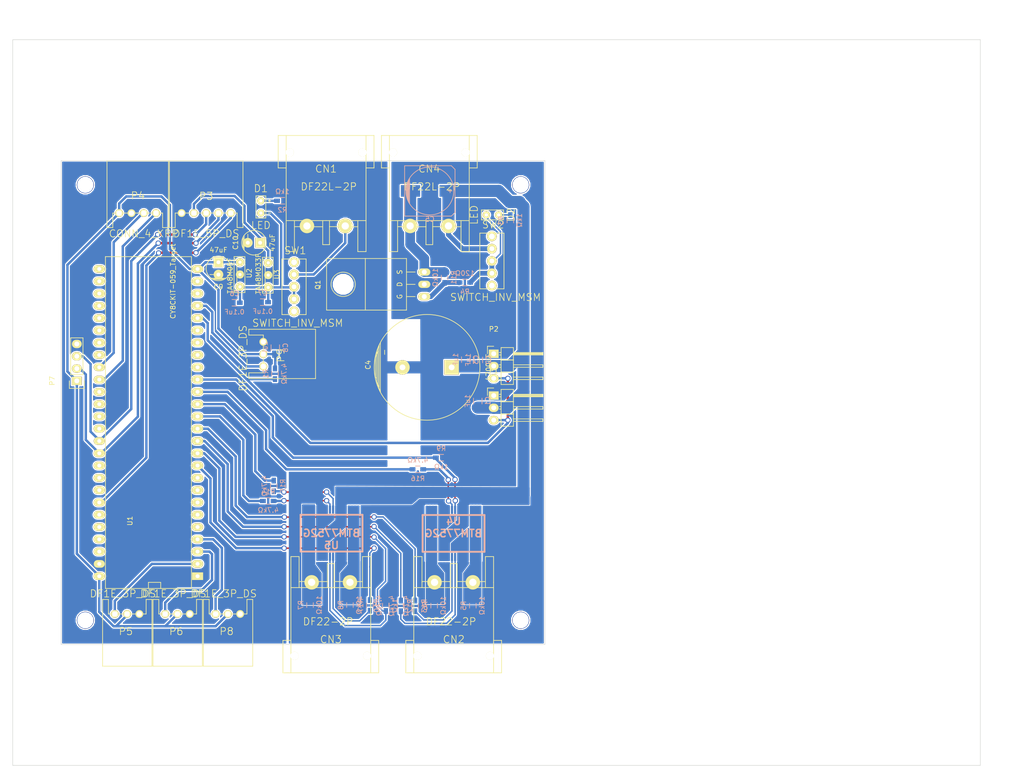
<source format=kicad_pcb>
(kicad_pcb (version 4) (host pcbnew "(2015-01-16 BZR 5376)-product")
  (layers (0 F.Cu signal) (31 B.Cu signal) (34 B.Paste user) (35 F.Paste user) (36 B.SilkS user) (37 F.SilkS user) (38 B.Mask user) (39 F.Mask user) (44 Edge.Cuts user))
  (net 0 "")
  (net 1 VS)
  (net 2 GND)
  (net 3 "Net-(C6-Pad1)")
  (net 4 PowerSW)
  (net 5 +5V)
  (net 6 +3V3)
  (net 7 +8V)
  (net 8 /motor/motor_a-OUT2)
  (net 9 /motor/motor_a-OUT1)
  (net 10 /motor/motor_b-OUT1)
  (net 11 /motor/motor_b-OUT2)
  (net 12 "Net-(D1-Pad1)")
  (net 13 "Net-(D2-Pad1)")
  (net 14 "Net-(D2-Pad2)")
  (net 15 Servo)
  (net 16 COLOR_SCL)
  (net 17 COLOR_SDA)
  (net 18 sensor_LED)
  (net 19 RX/LineSensor)
  (net 20 TX/LineSensor)
  (net 21 IS_a)
  (net 22 IS_b)
  (net 23 IN_b-1)
  (net 24 IN_b-2)
  (net 25 IN_a-1)
  (net 26 IN_a-2)
  (net 27 "Net-(C5-Pad2)")
  (net 28 PIN_1)
  (net 29 PIN_2)
  (net 30 "Net-(R12-Pad1)")
  (net 31 "Net-(R13-Pad1)")
  (net 32 "Net-(R14-Pad1)")
  (net 33 "Net-(R15-Pad1)")
  (net 34 INH_a)
  (net 35 "Net-(R16-Pad2)")
  (net 36 INH_b)
  (net 37 "Net-(R17-Pad2)")
  (net 38 PIN_3)
  (net 39 PIN_PWM)
  (module Resistors_SMD:R_0805_HandSoldering (layer B.Cu) (at 146.116 84.695 90)
    (fp_text reference C1 (at 0 2.1 90) (layer B.SilkS) (effects (justify mirror)))
    (fp_text value 1uF (at 0 -2.1 90) (layer B.SilkS) (effects (justify mirror)))
    (pad 1 smd rect (at -1.35 0 90) (size 1.5 1.3) (layers B.Cu B.Paste B.Mask) (net 1 VS))
    (pad 2 smd rect (at 1.35 0 90) (size 1.5 1.3) (layers B.Cu B.Paste B.Mask) (net 2 GND))
  )
  (module Resistors_SMD:R_0805_HandSoldering (layer B.Cu) (at 146.243 76.186 90)
    (fp_text reference C2 (at 0 2.1 90) (layer B.SilkS) (effects (justify mirror)))
    (fp_text value 1uF (at 0 -2.1 90) (layer B.SilkS) (effects (justify mirror)))
    (pad 1 smd rect (at -1.35 0 90) (size 1.5 1.3) (layers B.Cu B.Paste B.Mask) (net 1 VS))
    (pad 2 smd rect (at 1.35 0 90) (size 1.5 1.3) (layers B.Cu B.Paste B.Mask) (net 2 GND))
  )
  (module Resistors_SMD:R_0805_HandSoldering (layer B.Cu) (at 143.637 76.1365 90)
    (fp_text reference C3 (at 0 2.1 90) (layer B.SilkS) (effects (justify mirror)))
    (fp_text value 1uF (at 0 -2.1 90) (layer B.SilkS) (effects (justify mirror)))
    (pad 1 smd rect (at -1.35 0 90) (size 1.5 1.3) (layers B.Cu B.Paste B.Mask) (net 1 VS))
    (pad 2 smd rect (at 1.35 0 90) (size 1.5 1.3) (layers B.Cu B.Paste B.Mask) (net 2 GND))
  )
  (module Resistors_SMD:R_0603_HandSoldering (layer B.Cu) (at 95.824 64.375 180)
    (fp_text reference C6 (at 0 1.9 180) (layer B.SilkS) (effects (justify mirror)))
    (fp_text value 0.1uF (at 0 -1.9 180) (layer B.SilkS) (effects (justify mirror)))
    (pad 1 smd rect (at -1.1 0 180) (size 1.2 0.9) (layers B.Cu B.Paste B.Mask) (net 3 "Net-(C6-Pad1)"))
    (pad 2 smd rect (at 1.1 0 180) (size 1.2 0.9) (layers B.Cu B.Paste B.Mask) (net 2 GND))
  )
  (module Resistors_SMD:R_0603_HandSoldering (layer B.Cu) (at 101.666 64.248 180)
    (fp_text reference C7 (at 0 1.9 180) (layer B.SilkS) (effects (justify mirror)))
    (fp_text value 0.1uF (at 0 -1.9 180) (layer B.SilkS) (effects (justify mirror)))
    (pad 1 smd rect (at -1.1 0 180) (size 1.2 0.9) (layers B.Cu B.Paste B.Mask) (net 3 "Net-(C6-Pad1)"))
    (pad 2 smd rect (at 1.1 0 180) (size 1.2 0.9) (layers B.Cu B.Paste B.Mask) (net 2 GND))
  )
  (module Capacitors_ThroughHole:Capacitor5x6RM2.5 (layer F.Cu) (at 92.5195 57.277 180)
    (fp_text reference C9 (at 0 -3.81 180) (layer F.SilkS))
    (fp_text value 47uF (at 0 3.81 180) (layer F.SilkS))
    (pad 1 thru_hole rect (at 0 1.27 180) (size 1.99898 1.99898) (drill 0.8001) (layers *.Cu *.Mask F.SilkS) (net 5 +5V))
    (pad 2 thru_hole circle (at 0 -1.27 180) (size 1.99898 1.99898) (drill 0.8001) (layers *.Cu *.Mask F.SilkS) (net 2 GND))
  )
  (module Capacitors_ThroughHole:Capacitor5x6RM2.5 (layer F.Cu) (at 99.8601 51.9684 90)
    (fp_text reference C10 (at 0 -3.81 90) (layer F.SilkS))
    (fp_text value 47uF (at 0 3.81 90) (layer F.SilkS))
    (pad 1 thru_hole rect (at 0 1.27 90) (size 1.99898 1.99898) (drill 0.8001) (layers *.Cu *.Mask F.SilkS) (net 6 +3V3))
    (pad 2 thru_hole circle (at 0 -1.27 90) (size 1.99898 1.99898) (drill 0.8001) (layers *.Cu *.Mask F.SilkS) (net 2 GND))
  )
  (module user_conn:CONN_RED_2P (layer F.Cu) (at 110.81 48.5)
    (fp_text reference CN1 (at 3.94 -11.8) (layer F.SilkS) (effects (font (size 1.5 1.5))))
    (fp_text value DF22L-2P (at 4.51 -8.12) (layer F.SilkS) (effects (font (size 1.5 1.5))))
    (pad 2 thru_hole circle (at 0 0) (size 3 3) (drill 1.5) (layers *.Cu *.Mask F.SilkS) (net 2 GND))
    (pad 1 thru_hole circle (at 7.92 0) (size 3 3) (drill 1.5) (layers *.Cu *.Mask F.SilkS) (net 7 +8V))
    (pad "" np_thru_hole circle (at -3.54 -15.2) (size 1.7 1.7) (drill 1.7) (layers *.Cu *.Mask F.SilkS))
    (pad "" np_thru_hole circle (at 11.46 -15.2) (size 1.7 1.7) (drill 1.7) (layers *.Cu *.Mask F.SilkS))
  )
  (module user_conn:CONN_RED_2P (layer F.Cu) (at 145.1 122.16 180)
    (fp_text reference CN2 (at 3.94 -11.8 180) (layer F.SilkS) (effects (font (size 1.5 1.5))))
    (fp_text value DF22-2P (at 4.51 -8.12 180) (layer F.SilkS) (effects (font (size 1.5 1.5))))
    (pad 2 thru_hole circle (at 0 0 180) (size 3 3) (drill 1.5) (layers *.Cu *.Mask F.SilkS) (net 8 /motor/motor_a-OUT2))
    (pad 1 thru_hole circle (at 7.92 0 180) (size 3 3) (drill 1.5) (layers *.Cu *.Mask F.SilkS) (net 9 /motor/motor_a-OUT1))
    (pad "" np_thru_hole circle (at -3.54 -15.2 180) (size 1.7 1.7) (drill 1.7) (layers *.Cu *.Mask F.SilkS))
    (pad "" np_thru_hole circle (at 11.46 -15.2 180) (size 1.7 1.7) (drill 1.7) (layers *.Cu *.Mask F.SilkS))
  )
  (module user_conn:CONN_RED_2P (layer F.Cu) (at 119.7 122.16 180)
    (fp_text reference CN3 (at 3.94 -11.8 180) (layer F.SilkS) (effects (font (size 1.5 1.5))))
    (fp_text value DF22-2P (at 4.51 -8.12 180) (layer F.SilkS) (effects (font (size 1.5 1.5))))
    (pad 2 thru_hole circle (at 0 0 180) (size 3 3) (drill 1.5) (layers *.Cu *.Mask F.SilkS) (net 10 /motor/motor_b-OUT1))
    (pad 1 thru_hole circle (at 7.92 0 180) (size 3 3) (drill 1.5) (layers *.Cu *.Mask F.SilkS) (net 11 /motor/motor_b-OUT2))
    (pad "" np_thru_hole circle (at -3.54 -15.2 180) (size 1.7 1.7) (drill 1.7) (layers *.Cu *.Mask F.SilkS))
    (pad "" np_thru_hole circle (at 11.46 -15.2 180) (size 1.7 1.7) (drill 1.7) (layers *.Cu *.Mask F.SilkS))
  )
  (module user_conn:CONN_RED_2P (layer F.Cu) (at 132.146 48.5)
    (fp_text reference CN4 (at 3.94 -11.8) (layer F.SilkS) (effects (font (size 1.5 1.5))))
    (fp_text value DF22L-2P (at 4.51 -8.12) (layer F.SilkS) (effects (font (size 1.5 1.5))))
    (pad 2 thru_hole circle (at 0 0) (size 3 3) (drill 1.5) (layers *.Cu *.Mask F.SilkS) (net 27 "Net-(C5-Pad2)"))
    (pad 1 thru_hole circle (at 7.92 0) (size 3 3) (drill 1.5) (layers *.Cu *.Mask F.SilkS) (net 1 VS))
    (pad "" np_thru_hole circle (at -3.54 -15.2) (size 1.7 1.7) (drill 1.7) (layers *.Cu *.Mask F.SilkS))
    (pad "" np_thru_hole circle (at 11.46 -15.2) (size 1.7 1.7) (drill 1.7) (layers *.Cu *.Mask F.SilkS))
  )
  (module user_IC:LED_HL_REG (layer F.Cu) (at 101.285 43.293)
    (fp_text reference D1 (at 0 -2.54) (layer F.SilkS) (effects (font (size 1.5 1.5))))
    (fp_text value LED (at 0 5.08) (layer F.SilkS) (effects (font (size 1.5 1.5))))
    (pad 1 thru_hole circle (at 0 0) (size 1.5 1.5) (drill 0.7) (layers *.Cu *.Mask F.SilkS) (net 12 "Net-(D1-Pad1)"))
    (pad 2 thru_hole circle (at 0 2.54) (size 1.5 1.5) (drill 0.7) (layers *.Cu *.Mask F.SilkS) (net 3 "Net-(C6-Pad1)"))
  )
  (module user_IC:LED_HL_REG (layer F.Cu) (at 150.434 46.214 270)
    (fp_text reference D2 (at 0 -2.54 270) (layer F.SilkS) (effects (font (size 1.5 1.5))))
    (fp_text value LED (at 0 5.08 270) (layer F.SilkS) (effects (font (size 1.5 1.5))))
    (pad 1 thru_hole circle (at 0 0 270) (size 1.5 1.5) (drill 0.7) (layers *.Cu *.Mask F.SilkS) (net 13 "Net-(D2-Pad1)"))
    (pad 2 thru_hole circle (at 0 2.54 270) (size 1.5 1.5) (drill 0.7) (layers *.Cu *.Mask F.SilkS) (net 14 "Net-(D2-Pad2)"))
  )
  (module Pin_Headers:Pin_Header_Angled_1x03 (layer F.Cu) (at 149.418 83.552)
    (fp_text reference P1 (at 0 -5.1) (layer F.SilkS))
    (fp_text value CONN_01X03 hide)
    (pad 1 thru_hole rect (at 0 0) (size 2.032 1.7272) (drill 1.016) (layers *.Cu *.Mask F.SilkS) (net 2 GND))
    (pad 2 thru_hole oval (at 0 2.54) (size 2.032 1.7272) (drill 1.016) (layers *.Cu *.Mask F.SilkS) (net 1 VS))
    (pad 3 thru_hole oval (at 0 5.08) (size 2.032 1.7272) (drill 1.016) (layers *.Cu *.Mask F.SilkS) (net 15 Servo))
  )
  (module Pin_Headers:Pin_Header_Angled_1x03 (layer F.Cu) (at 149.418 74.916)
    (fp_text reference P2 (at 0 -5.1) (layer F.SilkS))
    (fp_text value CONN_01X03 hide)
    (pad 1 thru_hole rect (at 0 0) (size 2.032 1.7272) (drill 1.016) (layers *.Cu *.Mask F.SilkS) (net 2 GND))
    (pad 2 thru_hole oval (at 0 2.54) (size 2.032 1.7272) (drill 1.016) (layers *.Cu *.Mask F.SilkS) (net 1 VS))
    (pad 3 thru_hole oval (at 0 5.08) (size 2.032 1.7272) (drill 1.016) (layers *.Cu *.Mask F.SilkS) (net 15 Servo))
  )
  (module user_conn:DF1E_5P (layer F.Cu) (at 89.982 45.833)
    (fp_text reference P3 (at 0 -3.5) (layer F.SilkS) (effects (font (size 1.5 1.5))))
    (fp_text value DF1E_5P_DS (at 0 4.25) (layer F.SilkS) (effects (font (size 1.5 1.5))))
    (pad 5 thru_hole circle (at 5.08 0) (size 1.624 1.624) (drill 1.1) (layers *.Cu *.Mask F.SilkS) (net 18 sensor_LED))
    (pad 4 thru_hole circle (at 2.54 0) (size 1.624 1.624) (drill 1.1) (layers *.Cu *.Mask F.SilkS) (net 16 COLOR_SCL))
    (pad 3 thru_hole circle (at 0 0) (size 1.624 1.624) (drill 1.1) (layers *.Cu *.Mask F.SilkS) (net 17 COLOR_SDA))
    (pad 2 thru_hole circle (at -2.54 0) (size 1.624 1.624) (drill 1.1) (layers *.Cu *.Mask F.SilkS) (net 6 +3V3))
    (pad 1 thru_hole circle (at -5.08 0) (size 1.624 1.624) (drill 1.1) (layers *.Cu *.Mask F.SilkS) (net 2 GND))
  )
  (module user_conn:DF1E_4P (layer F.Cu) (at 75.377 40.245)
    (fp_text reference P4 (at 0.5 2) (layer F.SilkS) (effects (font (size 1.5 1.5))))
    (fp_text value CONN_4_KRP (at 1.7 9.85) (layer F.SilkS) (effects (font (size 1.5 1.5))))
    (pad 4 thru_hole circle (at 4.24 5.6) (size 1.624 1.624) (drill 1.1) (layers *.Cu *.Mask F.SilkS) (net 19 RX/LineSensor))
    (pad 3 thru_hole circle (at 1.7 5.6) (size 1.624 1.624) (drill 1.1) (layers *.Cu *.Mask F.SilkS) (net 20 TX/LineSensor))
    (pad 2 thru_hole circle (at -0.84 5.6) (size 1.624 1.624) (drill 1.1) (layers *.Cu *.Mask F.SilkS) (net 2 GND))
    (pad 1 thru_hole circle (at -3.38 5.6) (size 1.624 1.624) (drill 1.1) (layers *.Cu *.Mask F.SilkS) (net 5 +5V))
  )
  (module Transistors_TO-220:TO-220_FET-GDS_Horizontal (layer F.Cu) (at 135.067 60.565 90)
    (fp_text reference Q1 (at -0.09906 -21.99894 90) (layer F.SilkS))
    (fp_text value MOS_N+pad hide)
    (fp_text user S (at 2.54 -5.08 90) (layer F.SilkS))
    (fp_text user D (at 0 -5.08 90) (layer F.SilkS))
    (fp_text user G (at -2.54 -5.08 90) (layer F.SilkS))
    (pad D thru_hole oval (at 0 0 180) (size 2.49936 1.50114) (drill 1.00076) (layers *.Cu *.Mask F.SilkS) (net 2 GND))
    (pad G thru_hole oval (at -2.54 0 180) (size 2.49936 1.50114) (drill 1.00076) (layers *.Cu *.Mask F.SilkS) (net 4 PowerSW))
    (pad S thru_hole oval (at 2.54 0 180) (size 2.49936 1.50114) (drill 1.00076) (layers *.Cu *.Mask F.SilkS) (net 27 "Net-(C5-Pad2)"))
    (pad "" np_thru_hole circle (at 0 -16.764 180) (size 3.79984 3.79984) (drill 3.79984) (layers *.Cu *.Mask F.SilkS))
  )
  (module Resistors_SMD:R_0603_HandSoldering (layer B.Cu) (at 104.2035 79.0575 270)
    (fp_text reference R1 (at 0 1.9 270) (layer B.SilkS) (effects (justify mirror)))
    (fp_text value 4.7kΩ (at 0 -1.9 270) (layer B.SilkS) (effects (justify mirror)))
    (pad 1 smd rect (at -1.1 0 270) (size 1.2 0.9) (layers B.Cu B.Paste B.Mask) (net 5 +5V))
    (pad 2 smd rect (at 1.1 0 270) (size 1.2 0.9) (layers B.Cu B.Paste B.Mask) (net 15 Servo))
  )
  (module Resistors_SMD:R_0603_HandSoldering (layer B.Cu) (at 105.73 43.293)
    (fp_text reference R2 (at 0 1.9) (layer B.SilkS) (effects (justify mirror)))
    (fp_text value 1kΩ (at 0 -1.9) (layer B.SilkS) (effects (justify mirror)))
    (pad 1 smd rect (at -1.1 0) (size 1.2 0.9) (layers B.Cu B.Paste B.Mask) (net 12 "Net-(D1-Pad1)"))
    (pad 2 smd rect (at 1.1 0) (size 1.2 0.9) (layers B.Cu B.Paste B.Mask) (net 2 GND))
  )
  (module Resistors_SMD:R_0603_HandSoldering (layer B.Cu) (at 152.847 47.357 270)
    (fp_text reference R3 (at 0 1.9 270) (layer B.SilkS) (effects (justify mirror)))
    (fp_text value 1kΩ (at 0 -1.9 270) (layer B.SilkS) (effects (justify mirror)))
    (pad 1 smd rect (at -1.1 0 270) (size 1.2 0.9) (layers B.Cu B.Paste B.Mask) (net 13 "Net-(D2-Pad1)"))
    (pad 2 smd rect (at 1.1 0 270) (size 1.2 0.9) (layers B.Cu B.Paste B.Mask) (net 2 GND))
  )
  (module Resistors_SMD:R_0603_HandSoldering (layer B.Cu) (at 143.449 60.184)
    (fp_text reference R4 (at 0 1.9) (layer B.SilkS) (effects (justify mirror)))
    (fp_text value 120Ω (at 0 -1.9) (layer B.SilkS) (effects (justify mirror)))
    (pad 1 smd rect (at -1.1 0) (size 1.2 0.9) (layers B.Cu B.Paste B.Mask) (net 4 PowerSW))
    (pad 2 smd rect (at 1.1 0) (size 1.2 0.9) (layers B.Cu B.Paste B.Mask) (net 14 "Net-(D2-Pad2)"))
  )
  (module Resistors_SMD:R_0603_HandSoldering (layer B.Cu) (at 145.1 126.986 270)
    (fp_text reference R5 (at 0 1.9 270) (layer B.SilkS) (effects (justify mirror)))
    (fp_text value 10kΩ (at 0 -1.9 270) (layer B.SilkS) (effects (justify mirror)))
    (pad 1 smd rect (at -1.1 0 270) (size 1.2 0.9) (layers B.Cu B.Paste B.Mask) (net 8 /motor/motor_a-OUT2))
    (pad 2 smd rect (at 1.1 0 270) (size 1.2 0.9) (layers B.Cu B.Paste B.Mask) (net 2 GND))
  )
  (module Resistors_SMD:R_0603_HandSoldering (layer B.Cu) (at 137.099 126.986 270)
    (fp_text reference R6 (at 0 1.9 270) (layer B.SilkS) (effects (justify mirror)))
    (fp_text value 10kΩ (at 0 -1.9 270) (layer B.SilkS) (effects (justify mirror)))
    (pad 1 smd rect (at -1.1 0 270) (size 1.2 0.9) (layers B.Cu B.Paste B.Mask) (net 9 /motor/motor_a-OUT1))
    (pad 2 smd rect (at 1.1 0 270) (size 1.2 0.9) (layers B.Cu B.Paste B.Mask) (net 2 GND))
  )
  (module Resistors_SMD:R_0603_HandSoldering (layer B.Cu) (at 111.445 126.859 270)
    (fp_text reference R7 (at 0 1.9 270) (layer B.SilkS) (effects (justify mirror)))
    (fp_text value 10kΩ (at 0 -1.9 270) (layer B.SilkS) (effects (justify mirror)))
    (pad 1 smd rect (at -1.1 0 270) (size 1.2 0.9) (layers B.Cu B.Paste B.Mask) (net 11 /motor/motor_b-OUT2))
    (pad 2 smd rect (at 1.1 0 270) (size 1.2 0.9) (layers B.Cu B.Paste B.Mask) (net 2 GND))
  )
  (module Resistors_SMD:R_0603_HandSoldering (layer B.Cu) (at 119.7 126.859 270)
    (fp_text reference R8 (at 0 1.9 270) (layer B.SilkS) (effects (justify mirror)))
    (fp_text value 10kΩ (at 0 -1.9 270) (layer B.SilkS) (effects (justify mirror)))
    (pad 1 smd rect (at -1.1 0 270) (size 1.2 0.9) (layers B.Cu B.Paste B.Mask) (net 10 /motor/motor_b-OUT1))
    (pad 2 smd rect (at 1.1 0 270) (size 1.2 0.9) (layers B.Cu B.Paste B.Mask) (net 2 GND))
  )
  (module Resistors_SMD:R_0603_HandSoldering (layer B.Cu) (at 138.557 96.393 180)
    (fp_text reference R9 (at 0 1.9 180) (layer B.SilkS) (effects (justify mirror)))
    (fp_text value 1kΩ (at 0 -1.9 180) (layer B.SilkS) (effects (justify mirror)))
    (pad 1 smd rect (at -1.1 0 180) (size 1.2 0.9) (layers B.Cu B.Paste B.Mask) (net 2 GND))
    (pad 2 smd rect (at 1.1 0 180) (size 1.2 0.9) (layers B.Cu B.Paste B.Mask) (net 21 IS_a))
  )
  (module Resistors_SMD:R_0603_HandSoldering (layer B.Cu) (at 127.1168 126.986 270)
    (fp_text reference R10 (at 0 1.9 270) (layer B.SilkS) (effects (justify mirror)))
    (fp_text value 1kΩ (at 0 -1.9 270) (layer B.SilkS) (effects (justify mirror)))
    (pad 1 smd rect (at -1.1 0 270) (size 1.2 0.9) (layers B.Cu B.Paste B.Mask) (net 2 GND))
    (pad 2 smd rect (at 1.1 0 270) (size 1.2 0.9) (layers B.Cu B.Paste B.Mask) (net 22 IS_b))
  )
  (module user_SW:Toggle_Switch_1L (layer F.Cu) (at 108.143 61.073)
    (fp_text reference SW1 (at 0.25 -7.5) (layer F.SilkS) (effects (font (size 1.5 1.5))))
    (fp_text value SWITCH_INV_MSM (at 0.75 7.5) (layer F.SilkS) (effects (font (size 1.5 1.5))))
    (pad "" np_thru_hole circle (at 0 5.08) (size 2 2) (drill 1.2) (layers *.Cu *.Mask F.SilkS))
    (pad 1 thru_hole circle (at 0 -2.54) (size 2 2) (drill 1) (layers *.Cu *.Mask F.SilkS) (net 7 +8V))
    (pad 2 thru_hole circle (at 0 0) (size 2 2) (drill 1) (layers *.Cu *.Mask F.SilkS) (net 3 "Net-(C6-Pad1)"))
    (pad 3 thru_hole circle (at 0 2.54) (size 2 2) (drill 1) (layers *.Cu *.Mask F.SilkS) (net 3 "Net-(C6-Pad1)"))
    (pad "" np_thru_hole circle (at 0 -5.08) (size 2 2) (drill 1.2) (layers *.Cu *.Mask F.SilkS))
  )
  (module user_SW:Toggle_Switch_1L (layer F.Cu) (at 149.037 55.739)
    (fp_text reference SW2 (at 0.25 -7.5) (layer F.SilkS) (effects (font (size 1.5 1.5))))
    (fp_text value SWITCH_INV_MSM (at 0.75 7.5) (layer F.SilkS) (effects (font (size 1.5 1.5))))
    (pad "" np_thru_hole circle (at 0 5.08) (size 2 2) (drill 1.2) (layers *.Cu *.Mask F.SilkS))
    (pad 1 thru_hole circle (at 0 -2.54) (size 2 2) (drill 1) (layers *.Cu *.Mask F.SilkS) (net 1 VS))
    (pad 2 thru_hole circle (at 0 0) (size 2 2) (drill 1) (layers *.Cu *.Mask F.SilkS) (net 14 "Net-(D2-Pad2)"))
    (pad 3 thru_hole circle (at 0 2.54) (size 2 2) (drill 1) (layers *.Cu *.Mask F.SilkS) (net 14 "Net-(D2-Pad2)"))
    (pad "" np_thru_hole circle (at 0 -5.08) (size 2 2) (drill 1.2) (layers *.Cu *.Mask F.SilkS))
  )
  (module user_IC:PSoC_5LP_Prototyping_Kit (layer F.Cu) (at 78.044 81.52 90)
    (fp_text reference U1 (at -27.94 -3.81 90) (layer F.SilkS))
    (fp_text value CY8CKIT-059_Target (at 21.59 5.08 90) (layer F.SilkS))
    (pad 1 thru_hole rect (at -39.37 10.16 90) (size 1.5748 2.286) (drill 0.8128) (layers *.Cu *.Mask F.SilkS) (net 2 GND))
    (pad 2 thru_hole oval (at -36.83 10.16 90) (size 1.5748 2.286) (drill 0.8128) (layers *.Cu *.Mask F.SilkS) (net 28 PIN_1))
    (pad 3 thru_hole oval (at -34.29 10.16 90) (size 1.5748 2.286) (drill 0.8128) (layers *.Cu *.Mask F.SilkS) (net 29 PIN_2))
    (pad 4 thru_hole oval (at -31.75 10.16 90) (size 1.5748 2.286) (drill 0.8128) (layers *.Cu *.Mask F.SilkS) (net 38 PIN_3))
    (pad 5 thru_hole oval (at -29.21 10.16 90) (size 1.5748 2.286) (drill 0.8128) (layers *.Cu *.Mask F.SilkS))
    (pad 6 thru_hole oval (at -26.67 10.16 90) (size 1.5748 2.286) (drill 0.8128) (layers *.Cu *.Mask F.SilkS))
    (pad 7 thru_hole oval (at -24.13 10.16 90) (size 1.5748 2.286) (drill 0.8128) (layers *.Cu *.Mask F.SilkS))
    (pad 8 thru_hole oval (at -21.59 10.16 90) (size 1.5748 2.286) (drill 0.8128) (layers *.Cu *.Mask F.SilkS))
    (pad 9 thru_hole oval (at -19.05 10.16 90) (size 1.5748 2.286) (drill 0.8128) (layers *.Cu *.Mask F.SilkS))
    (pad 10 thru_hole oval (at -16.51 10.16 90) (size 1.5748 2.286) (drill 0.8128) (layers *.Cu *.Mask F.SilkS) (net 36 INH_b))
    (pad 11 thru_hole oval (at -13.97 10.16 90) (size 1.5748 2.286) (drill 0.8128) (layers *.Cu *.Mask F.SilkS) (net 22 IS_b))
    (pad 12 thru_hole oval (at -11.43 10.16 90) (size 1.5748 2.286) (drill 0.8128) (layers *.Cu *.Mask F.SilkS) (net 25 IN_a-1))
    (pad 13 thru_hole oval (at -8.89 10.16 90) (size 1.5748 2.286) (drill 0.8128) (layers *.Cu *.Mask F.SilkS) (net 26 IN_a-2))
    (pad 14 thru_hole oval (at -6.35 10.16 90) (size 1.5748 2.286) (drill 0.8128) (layers *.Cu *.Mask F.SilkS) (net 23 IN_b-1))
    (pad 15 thru_hole oval (at -3.81 10.16 90) (size 1.5748 2.286) (drill 0.8128) (layers *.Cu *.Mask F.SilkS) (net 24 IN_b-2))
    (pad 16 thru_hole oval (at -1.27 10.16 90) (size 1.5748 2.286) (drill 0.8128) (layers *.Cu *.Mask F.SilkS) (net 34 INH_a))
    (pad 17 thru_hole oval (at 1.27 10.16 90) (size 1.5748 2.286) (drill 0.8128) (layers *.Cu *.Mask F.SilkS) (net 21 IS_a))
    (pad 18 thru_hole oval (at 3.81 10.16 90) (size 1.5748 2.286) (drill 0.8128) (layers *.Cu *.Mask F.SilkS))
    (pad 19 thru_hole oval (at 6.35 10.16 90) (size 1.5748 2.286) (drill 0.8128) (layers *.Cu *.Mask F.SilkS))
    (pad 20 thru_hole oval (at 8.89 10.16 90) (size 1.5748 2.286) (drill 0.8128) (layers *.Cu *.Mask F.SilkS))
    (pad 21 thru_hole oval (at 11.43 10.16 90) (size 1.5748 2.286) (drill 0.8128) (layers *.Cu *.Mask F.SilkS))
    (pad 22 thru_hole oval (at 13.97 10.16 90) (size 1.5748 2.286) (drill 0.8128) (layers *.Cu *.Mask F.SilkS) (net 15 Servo))
    (pad 23 thru_hole oval (at 16.51 10.16 90) (size 1.5748 2.286) (drill 0.8128) (layers *.Cu *.Mask F.SilkS) (net 39 PIN_PWM))
    (pad 24 thru_hole oval (at 19.05 10.16 90) (size 1.5748 2.286) (drill 0.8128) (layers *.Cu *.Mask F.SilkS))
    (pad 25 thru_hole oval (at 21.59 10.16 90) (size 1.5748 2.286) (drill 0.8128) (layers *.Cu *.Mask F.SilkS))
    (pad 26 thru_hole oval (at 24.13 10.16 90) (size 1.5748 2.286) (drill 0.8128) (layers *.Cu *.Mask F.SilkS) (net 5 +5V))
    (pad 27 thru_hole oval (at 24.13 -10.16 90) (size 1.5748 2.286) (drill 0.8128) (layers *.Cu *.Mask F.SilkS))
    (pad 28 thru_hole oval (at 21.59 -10.16 90) (size 1.5748 2.286) (drill 0.8128) (layers *.Cu *.Mask F.SilkS))
    (pad 29 thru_hole oval (at 19.05 -10.16 90) (size 1.5748 2.286) (drill 0.8128) (layers *.Cu *.Mask F.SilkS))
    (pad 30 thru_hole oval (at 16.51 -10.16 90) (size 1.5748 2.286) (drill 0.8128) (layers *.Cu *.Mask F.SilkS))
    (pad 31 thru_hole oval (at 13.97 -10.16 90) (size 1.5748 2.286) (drill 0.8128) (layers *.Cu *.Mask F.SilkS))
    (pad 32 thru_hole oval (at 11.43 -10.16 90) (size 1.5748 2.286) (drill 0.8128) (layers *.Cu *.Mask F.SilkS))
    (pad 33 thru_hole oval (at 8.89 -10.16 90) (size 1.5748 2.286) (drill 0.8128) (layers *.Cu *.Mask F.SilkS))
    (pad 34 thru_hole oval (at 6.35 -10.16 90) (size 1.5748 2.286) (drill 0.8128) (layers *.Cu *.Mask F.SilkS))
    (pad 35 thru_hole oval (at 3.81 -10.16 90) (size 1.5748 2.286) (drill 0.8128) (layers *.Cu *.Mask F.SilkS) (net 20 TX/LineSensor))
    (pad 36 thru_hole oval (at 1.27 -10.16 90) (size 1.5748 2.286) (drill 0.8128) (layers *.Cu *.Mask F.SilkS) (net 19 RX/LineSensor))
    (pad 37 thru_hole oval (at -1.27 -10.16 90) (size 1.5748 2.286) (drill 0.8128) (layers *.Cu *.Mask F.SilkS))
    (pad 38 thru_hole oval (at -3.81 -10.16 90) (size 1.5748 2.286) (drill 0.8128) (layers *.Cu *.Mask F.SilkS))
    (pad 39 thru_hole oval (at -6.35 -10.16 90) (size 1.5748 2.286) (drill 0.8128) (layers *.Cu *.Mask F.SilkS))
    (pad 40 thru_hole oval (at -8.89 -10.16 90) (size 1.5748 2.286) (drill 0.8128) (layers *.Cu *.Mask F.SilkS))
    (pad 41 thru_hole oval (at -11.43 -10.16 90) (size 1.5748 2.286) (drill 0.8128) (layers *.Cu *.Mask F.SilkS) (net 17 COLOR_SDA))
    (pad 42 thru_hole oval (at -13.97 -10.16 90) (size 1.5748 2.286) (drill 0.8128) (layers *.Cu *.Mask F.SilkS) (net 16 COLOR_SCL))
    (pad 43 thru_hole oval (at -16.51 -10.16 90) (size 1.5748 2.286) (drill 0.8128) (layers *.Cu *.Mask F.SilkS))
    (pad 44 thru_hole oval (at -19.05 -10.16 90) (size 1.5748 2.286) (drill 0.8128) (layers *.Cu *.Mask F.SilkS))
    (pad 45 thru_hole oval (at -21.59 -10.16 90) (size 1.5748 2.286) (drill 0.8128) (layers *.Cu *.Mask F.SilkS))
    (pad 46 thru_hole oval (at -24.13 -10.16 90) (size 1.5748 2.286) (drill 0.8128) (layers *.Cu *.Mask F.SilkS) (net 18 sensor_LED))
    (pad 47 thru_hole oval (at -26.67 -10.16 90) (size 1.5748 2.286) (drill 0.8128) (layers *.Cu *.Mask F.SilkS))
    (pad 48 thru_hole oval (at -29.21 -10.16 90) (size 1.5748 2.286) (drill 0.8128) (layers *.Cu *.Mask F.SilkS))
    (pad 49 thru_hole oval (at -31.75 -10.16 90) (size 1.5748 2.286) (drill 0.8128) (layers *.Cu *.Mask F.SilkS))
    (pad 50 thru_hole oval (at -34.29 -10.16 90) (size 1.5748 2.286) (drill 0.8128) (layers *.Cu *.Mask F.SilkS))
    (pad 51 thru_hole oval (at -36.83 -10.16 90) (size 1.5748 2.286) (drill 0.8128) (layers *.Cu *.Mask F.SilkS) (net 2 GND))
    (pad 52 thru_hole oval (at -39.37 -10.16 90) (size 1.5748 2.286) (drill 0.8128) (layers *.Cu *.Mask F.SilkS) (net 5 +5V))
  )
  (module user_IC:TA48M05F (layer F.Cu) (at 96.967 58.533 90)
    (fp_text reference U2 (at 0.254 1.905 90) (layer F.SilkS))
    (fp_text value TA48M05F (at -0.254 -2.032 90) (layer F.SilkS))
    (pad 3 thru_hole circle (at 0 0 90) (size 1.7 1.7) (drill 0.65) (layers *.Cu *.Mask F.SilkS) (net 2 GND))
    (pad 1 thru_hole circle (at -2.54 0 90) (size 1.7 1.7) (drill 0.65) (layers *.Cu *.Mask F.SilkS) (net 3 "Net-(C6-Pad1)"))
    (pad 2 thru_hole circle (at 2.54 0 90) (size 1.7 1.7) (drill 0.65) (layers *.Cu *.Mask F.SilkS) (net 5 +5V))
  )
  (module user_conn:DF1E_3P (layer F.Cu) (at 76.1746 128.7018 180)
    (fp_text reference P5 (at 2.8 -3.6 180) (layer F.SilkS) (effects (font (size 1.5 1.5))))
    (fp_text value DF1E_3P_DS (at 3.4 4.2 180) (layer F.SilkS) (effects (font (size 1.5 1.5))))
    (pad 3 thru_hole circle (at 5.08 0 180) (size 1.624 1.624) (drill 1.1) (layers *.Cu *.Mask F.SilkS) (net 28 PIN_1))
    (pad 2 thru_hole circle (at 2.54 0 180) (size 1.624 1.624) (drill 1.1) (layers *.Cu *.Mask F.SilkS) (net 5 +5V))
    (pad 1 thru_hole circle (at 0 0 180) (size 1.624 1.624) (drill 1.1) (layers *.Cu *.Mask F.SilkS) (net 2 GND))
  )
  (module user_conn:DF1E_3P (layer F.Cu) (at 86.5886 128.7018 180)
    (fp_text reference P6 (at 2.8 -3.6 180) (layer F.SilkS) (effects (font (size 1.5 1.5))))
    (fp_text value DF1E_3P_DS (at 3.4 4.2 180) (layer F.SilkS) (effects (font (size 1.5 1.5))))
    (pad 3 thru_hole circle (at 5.08 0 180) (size 1.624 1.624) (drill 1.1) (layers *.Cu *.Mask F.SilkS) (net 29 PIN_2))
    (pad 2 thru_hole circle (at 2.54 0 180) (size 1.624 1.624) (drill 1.1) (layers *.Cu *.Mask F.SilkS) (net 5 +5V))
    (pad 1 thru_hole circle (at 0 0 180) (size 1.624 1.624) (drill 1.1) (layers *.Cu *.Mask F.SilkS) (net 2 GND))
  )
  (module Resistors_SMD:R_0603_HandSoldering (layer B.Cu) (at 139.258 59.168 90)
    (fp_text reference R11 (at 0 1.9 90) (layer B.SilkS) (effects (justify mirror)))
    (fp_text value 10kΩ (at 0 -1.9 90) (layer B.SilkS) (effects (justify mirror)))
    (pad 1 smd rect (at -1.1 0 90) (size 1.2 0.9) (layers B.Cu B.Paste B.Mask) (net 4 PowerSW))
    (pad 2 smd rect (at 1.1 0 90) (size 1.2 0.9) (layers B.Cu B.Paste B.Mask) (net 27 "Net-(C5-Pad2)"))
  )
  (module Resistors_SMD:R_0603_HandSoldering (layer B.Cu) (at 130.2156 127.0368 90)
    (fp_text reference R12 (at 0 1.9 90) (layer B.SilkS) (effects (justify mirror)))
    (fp_text value 4.7kΩ (at 0 -1.9 90) (layer B.SilkS) (effects (justify mirror)))
    (pad 1 smd rect (at -1.1 0 90) (size 1.2 0.9) (layers B.Cu B.Paste B.Mask) (net 30 "Net-(R12-Pad1)"))
    (pad 2 smd rect (at 1.1 0 90) (size 1.2 0.9) (layers B.Cu B.Paste B.Mask) (net 25 IN_a-1))
  )
  (module Resistors_SMD:R_0603_HandSoldering (layer B.Cu) (at 133.162 127.0368 90)
    (fp_text reference R13 (at 0 1.9 90) (layer B.SilkS) (effects (justify mirror)))
    (fp_text value 4.7kΩ (at 0 -1.9 90) (layer B.SilkS) (effects (justify mirror)))
    (pad 1 smd rect (at -1.1 0 90) (size 1.2 0.9) (layers B.Cu B.Paste B.Mask) (net 31 "Net-(R13-Pad1)"))
    (pad 2 smd rect (at 1.1 0 90) (size 1.2 0.9) (layers B.Cu B.Paste B.Mask) (net 26 IN_a-2))
  )
  (module Resistors_SMD:R_0603_HandSoldering (layer B.Cu) (at 133.731 98.806)
    (fp_text reference R16 (at 0 1.9) (layer B.SilkS) (effects (justify mirror)))
    (fp_text value 4.7kΩ (at 0 -1.9) (layer B.SilkS) (effects (justify mirror)))
    (pad 1 smd rect (at -1.1 0) (size 1.2 0.9) (layers B.Cu B.Paste B.Mask) (net 34 INH_a))
    (pad 2 smd rect (at 1.1 0) (size 1.2 0.9) (layers B.Cu B.Paste B.Mask) (net 35 "Net-(R16-Pad2)"))
  )
  (module Resistors_SMD:R_0603_HandSoldering (layer B.Cu) (at 123.8148 126.9352 270)
    (fp_text reference R17 (at 0 1.9 270) (layer B.SilkS) (effects (justify mirror)))
    (fp_text value 4.7kΩ (at 0 -1.9 270) (layer B.SilkS) (effects (justify mirror)))
    (pad 1 smd rect (at -1.1 0 270) (size 1.2 0.9) (layers B.Cu B.Paste B.Mask) (net 36 INH_b))
    (pad 2 smd rect (at 1.1 0 270) (size 1.2 0.9) (layers B.Cu B.Paste B.Mask) (net 37 "Net-(R17-Pad2)"))
  )
  (module user_IC:PG-DSO-36 (layer B.Cu) (at 141.1122 112.0508 180)
    (fp_text reference U4 (at -0.01016 2.51968 180) (layer B.SilkS) (effects (font (thickness 0.3048)) (justify mirror)))
    (fp_text value BTM7752G (at 0 0 180) (layer B.SilkS) (effects (font (thickness 0.3048)) (justify mirror)))
    (pad 1 smd rect (at -5.5245 -4.8641 180) (size 0.44958 1.66878) (layers B.Cu B.Paste B.Mask) (net 8 /motor/motor_a-OUT2))
    (pad 2 smd rect (at -4.87426 -4.8641 180) (size 0.44958 1.66878) (layers B.Cu B.Paste B.Mask) (net 8 /motor/motor_a-OUT2))
    (pad 3 smd rect (at -4.22402 -4.8641 180) (size 0.44958 1.66878) (layers B.Cu B.Paste B.Mask) (net 8 /motor/motor_a-OUT2))
    (pad 4 smd rect (at -3.57378 -4.8641 180) (size 0.44958 1.66878) (layers B.Cu B.Paste B.Mask) (net 8 /motor/motor_a-OUT2))
    (pad 5 smd rect (at -2.92608 -4.8641 180) (size 0.44958 1.66878) (layers B.Cu B.Paste B.Mask) (net 2 GND))
    (pad 6 smd rect (at -2.27584 -4.8641 180) (size 0.44958 1.66878) (layers B.Cu B.Paste B.Mask) (net 2 GND))
    (pad 7 smd rect (at -1.6256 -4.8641 180) (size 0.44958 1.66878) (layers B.Cu B.Paste B.Mask) (net 2 GND))
    (pad 8 smd rect (at -0.97536 -4.8641 180) (size 0.44958 1.66878) (layers B.Cu B.Paste B.Mask) (net 2 GND))
    (pad 9 smd rect (at -0.32512 -4.8641 180) (size 0.44958 1.66878) (layers B.Cu B.Paste B.Mask) (net 30 "Net-(R12-Pad1)"))
    (pad 10 smd rect (at 0.32512 -4.8641 180) (size 0.44958 1.66878) (layers B.Cu B.Paste B.Mask) (net 31 "Net-(R13-Pad1)"))
    (pad 11 smd rect (at 0.97536 -4.8641 180) (size 0.44958 1.66878) (layers B.Cu B.Paste B.Mask) (net 1 VS))
    (pad 12 smd rect (at 1.6256 -4.8641 180) (size 0.44958 1.66878) (layers B.Cu B.Paste B.Mask) (net 1 VS))
    (pad 13 smd rect (at 2.27584 -4.8641 180) (size 0.44958 1.66878) (layers B.Cu B.Paste B.Mask) (net 1 VS))
    (pad 14 smd rect (at 2.92608 -4.8641 180) (size 0.44958 1.66878) (layers B.Cu B.Paste B.Mask) (net 1 VS))
    (pad 15 smd rect (at 3.57632 -4.8641 180) (size 0.44958 1.66878) (layers B.Cu B.Paste B.Mask) (net 9 /motor/motor_a-OUT1))
    (pad 16 smd rect (at 4.22402 -4.8641 180) (size 0.44958 1.66878) (layers B.Cu B.Paste B.Mask) (net 9 /motor/motor_a-OUT1))
    (pad 17 smd rect (at 4.87426 -4.8641 180) (size 0.44958 1.66878) (layers B.Cu B.Paste B.Mask) (net 9 /motor/motor_a-OUT1))
    (pad 18 smd rect (at 5.5245 -4.8641 180) (size 0.44958 1.66878) (layers B.Cu B.Paste B.Mask) (net 9 /motor/motor_a-OUT1))
    (pad 19 smd rect (at 5.5245 4.8641 180) (size 0.44958 1.66878) (layers B.Cu B.Paste B.Mask) (net 9 /motor/motor_a-OUT1))
    (pad 20 smd rect (at 4.87426 4.8641 180) (size 0.44958 1.66878) (layers B.Cu B.Paste B.Mask) (net 9 /motor/motor_a-OUT1))
    (pad 21 smd rect (at 4.22402 4.8641 180) (size 0.44958 1.66878) (layers B.Cu B.Paste B.Mask) (net 9 /motor/motor_a-OUT1))
    (pad 22 smd rect (at 3.57632 4.8641 180) (size 0.44958 1.66878) (layers B.Cu B.Paste B.Mask) (net 9 /motor/motor_a-OUT1))
    (pad 23 smd rect (at 2.92608 4.8641 180) (size 0.44958 1.66878) (layers B.Cu B.Paste B.Mask) (net 2 GND))
    (pad 24 smd rect (at 2.27584 4.8641 180) (size 0.44958 1.66878) (layers B.Cu B.Paste B.Mask) (net 2 GND))
    (pad 25 smd rect (at 1.6256 4.8641 180) (size 0.44958 1.66878) (layers B.Cu B.Paste B.Mask) (net 2 GND))
    (pad 26 smd rect (at 0.97536 4.8641 180) (size 0.44958 1.66878) (layers B.Cu B.Paste B.Mask) (net 2 GND))
    (pad 27 smd rect (at 0.32512 4.8641 180) (size 0.44958 1.66878) (layers B.Cu B.Paste B.Mask) (net 35 "Net-(R16-Pad2)"))
    (pad 28 smd rect (at -0.32512 4.8641 180) (size 0.44958 1.66878) (layers B.Cu B.Paste B.Mask) (net 21 IS_a))
    (pad 29 smd rect (at -0.97536 4.8641 180) (size 0.44958 1.66878) (layers B.Cu B.Paste B.Mask) (net 1 VS))
    (pad 30 smd rect (at -1.6256 4.8641 180) (size 0.44958 1.66878) (layers B.Cu B.Paste B.Mask) (net 1 VS))
    (pad 31 smd rect (at -2.27584 4.8641 180) (size 0.44958 1.66878) (layers B.Cu B.Paste B.Mask) (net 1 VS))
    (pad 32 smd rect (at -2.92608 4.8641 180) (size 0.44958 1.66878) (layers B.Cu B.Paste B.Mask) (net 1 VS))
    (pad 33 smd rect (at -3.57378 4.8641 180) (size 0.44958 1.66878) (layers B.Cu B.Paste B.Mask) (net 8 /motor/motor_a-OUT2))
    (pad 34 smd rect (at -4.22402 4.8641 180) (size 0.44958 1.66878) (layers B.Cu B.Paste B.Mask) (net 8 /motor/motor_a-OUT2))
    (pad 35 smd rect (at -4.87426 4.8641 180) (size 0.44958 1.66878) (layers B.Cu B.Paste B.Mask) (net 8 /motor/motor_a-OUT2))
    (pad 36 smd rect (at -5.5245 4.8641 180) (size 0.44958 1.66878) (layers B.Cu B.Paste B.Mask) (net 8 /motor/motor_a-OUT2))
  )
  (module user_IC:PG-DSO-36 (layer B.Cu) (at 115.89 112)
    (fp_text reference U5 (at -0.01016 2.51968) (layer B.SilkS) (effects (font (thickness 0.3048)) (justify mirror)))
    (fp_text value BTM7752G (at 0 0) (layer B.SilkS) (effects (font (thickness 0.3048)) (justify mirror)))
    (pad 1 smd rect (at -5.5245 -4.8641) (size 0.44958 1.66878) (layers B.Cu B.Paste B.Mask) (net 11 /motor/motor_b-OUT2))
    (pad 2 smd rect (at -4.87426 -4.8641) (size 0.44958 1.66878) (layers B.Cu B.Paste B.Mask) (net 11 /motor/motor_b-OUT2))
    (pad 3 smd rect (at -4.22402 -4.8641) (size 0.44958 1.66878) (layers B.Cu B.Paste B.Mask) (net 11 /motor/motor_b-OUT2))
    (pad 4 smd rect (at -3.57378 -4.8641) (size 0.44958 1.66878) (layers B.Cu B.Paste B.Mask) (net 11 /motor/motor_b-OUT2))
    (pad 5 smd rect (at -2.92608 -4.8641) (size 0.44958 1.66878) (layers B.Cu B.Paste B.Mask) (net 2 GND))
    (pad 6 smd rect (at -2.27584 -4.8641) (size 0.44958 1.66878) (layers B.Cu B.Paste B.Mask) (net 2 GND))
    (pad 7 smd rect (at -1.6256 -4.8641) (size 0.44958 1.66878) (layers B.Cu B.Paste B.Mask) (net 2 GND))
    (pad 8 smd rect (at -0.97536 -4.8641) (size 0.44958 1.66878) (layers B.Cu B.Paste B.Mask) (net 2 GND))
    (pad 9 smd rect (at -0.32512 -4.8641) (size 0.44958 1.66878) (layers B.Cu B.Paste B.Mask) (net 32 "Net-(R14-Pad1)"))
    (pad 10 smd rect (at 0.32512 -4.8641) (size 0.44958 1.66878) (layers B.Cu B.Paste B.Mask) (net 33 "Net-(R15-Pad1)"))
    (pad 11 smd rect (at 0.97536 -4.8641) (size 0.44958 1.66878) (layers B.Cu B.Paste B.Mask) (net 1 VS))
    (pad 12 smd rect (at 1.6256 -4.8641) (size 0.44958 1.66878) (layers B.Cu B.Paste B.Mask) (net 1 VS))
    (pad 13 smd rect (at 2.27584 -4.8641) (size 0.44958 1.66878) (layers B.Cu B.Paste B.Mask) (net 1 VS))
    (pad 14 smd rect (at 2.92608 -4.8641) (size 0.44958 1.66878) (layers B.Cu B.Paste B.Mask) (net 1 VS))
    (pad 15 smd rect (at 3.57632 -4.8641) (size 0.44958 1.66878) (layers B.Cu B.Paste B.Mask) (net 10 /motor/motor_b-OUT1))
    (pad 16 smd rect (at 4.22402 -4.8641) (size 0.44958 1.66878) (layers B.Cu B.Paste B.Mask) (net 10 /motor/motor_b-OUT1))
    (pad 17 smd rect (at 4.87426 -4.8641) (size 0.44958 1.66878) (layers B.Cu B.Paste B.Mask) (net 10 /motor/motor_b-OUT1))
    (pad 18 smd rect (at 5.5245 -4.8641) (size 0.44958 1.66878) (layers B.Cu B.Paste B.Mask) (net 10 /motor/motor_b-OUT1))
    (pad 19 smd rect (at 5.5245 4.8641) (size 0.44958 1.66878) (layers B.Cu B.Paste B.Mask) (net 10 /motor/motor_b-OUT1))
    (pad 20 smd rect (at 4.87426 4.8641) (size 0.44958 1.66878) (layers B.Cu B.Paste B.Mask) (net 10 /motor/motor_b-OUT1))
    (pad 21 smd rect (at 4.22402 4.8641) (size 0.44958 1.66878) (layers B.Cu B.Paste B.Mask) (net 10 /motor/motor_b-OUT1))
    (pad 22 smd rect (at 3.57632 4.8641) (size 0.44958 1.66878) (layers B.Cu B.Paste B.Mask) (net 10 /motor/motor_b-OUT1))
    (pad 23 smd rect (at 2.92608 4.8641) (size 0.44958 1.66878) (layers B.Cu B.Paste B.Mask) (net 2 GND))
    (pad 24 smd rect (at 2.27584 4.8641) (size 0.44958 1.66878) (layers B.Cu B.Paste B.Mask) (net 2 GND))
    (pad 25 smd rect (at 1.6256 4.8641) (size 0.44958 1.66878) (layers B.Cu B.Paste B.Mask) (net 2 GND))
    (pad 26 smd rect (at 0.97536 4.8641) (size 0.44958 1.66878) (layers B.Cu B.Paste B.Mask) (net 2 GND))
    (pad 27 smd rect (at 0.32512 4.8641) (size 0.44958 1.66878) (layers B.Cu B.Paste B.Mask) (net 37 "Net-(R17-Pad2)"))
    (pad 28 smd rect (at -0.32512 4.8641) (size 0.44958 1.66878) (layers B.Cu B.Paste B.Mask) (net 22 IS_b))
    (pad 29 smd rect (at -0.97536 4.8641) (size 0.44958 1.66878) (layers B.Cu B.Paste B.Mask) (net 1 VS))
    (pad 30 smd rect (at -1.6256 4.8641) (size 0.44958 1.66878) (layers B.Cu B.Paste B.Mask) (net 1 VS))
    (pad 31 smd rect (at -2.27584 4.8641) (size 0.44958 1.66878) (layers B.Cu B.Paste B.Mask) (net 1 VS))
    (pad 32 smd rect (at -2.92608 4.8641) (size 0.44958 1.66878) (layers B.Cu B.Paste B.Mask) (net 1 VS))
    (pad 33 smd rect (at -3.57378 4.8641) (size 0.44958 1.66878) (layers B.Cu B.Paste B.Mask) (net 11 /motor/motor_b-OUT2))
    (pad 34 smd rect (at -4.22402 4.8641) (size 0.44958 1.66878) (layers B.Cu B.Paste B.Mask) (net 11 /motor/motor_b-OUT2))
    (pad 35 smd rect (at -4.87426 4.8641) (size 0.44958 1.66878) (layers B.Cu B.Paste B.Mask) (net 11 /motor/motor_b-OUT2))
    (pad 36 smd rect (at -5.5245 4.8641) (size 0.44958 1.66878) (layers B.Cu B.Paste B.Mask) (net 11 /motor/motor_b-OUT2))
  )
  (module Capacitors_SMD:c_elec_10x7.7 (layer B.Cu) (at 136.21 41.261)
    (fp_text reference C5 (at 0 5.842) (layer B.SilkS) (effects (justify mirror)))
    (fp_text value 330uF hide)
    (pad 1 smd rect (at 4.0005 0) (size 4.0005 2.4003) (layers B.Cu B.Paste B.Mask) (net 1 VS))
    (pad 2 smd rect (at -4.0005 0) (size 4.0005 2.4003) (layers B.Cu B.Paste B.Mask) (net 27 "Net-(C5-Pad2)"))
  )
  (module user_IC:TA48M05F (layer F.Cu) (at 102.809 58.66 90)
    (fp_text reference U3 (at 0.127 1.778 90) (layer F.SilkS))
    (fp_text value TA48M033F (at 0.254 -2.032 90) (layer F.SilkS))
    (pad 3 thru_hole circle (at 0 0 90) (size 1.7 1.7) (drill 0.65) (layers *.Cu *.Mask F.SilkS) (net 2 GND))
    (pad 1 thru_hole circle (at -2.54 0 90) (size 1.7 1.7) (drill 0.65) (layers *.Cu *.Mask F.SilkS) (net 3 "Net-(C6-Pad1)"))
    (pad 2 thru_hole circle (at 2.54 0 90) (size 1.7 1.7) (drill 0.65) (layers *.Cu *.Mask F.SilkS) (net 6 +3V3))
  )
  (module Resistors_SMD:R_0603_HandSoldering (layer B.Cu) (at 102.8065 105.3465 180)
    (fp_text reference R14 (at 0 1.9 180) (layer B.SilkS) (effects (justify mirror)))
    (fp_text value 4.7kΩ (at 0 -1.9 180) (layer B.SilkS) (effects (justify mirror)))
    (pad 1 smd rect (at -1.1 0 180) (size 1.2 0.9) (layers B.Cu B.Paste B.Mask) (net 32 "Net-(R14-Pad1)"))
    (pad 2 smd rect (at 1.1 0 180) (size 1.2 0.9) (layers B.Cu B.Paste B.Mask) (net 23 IN_b-1))
  )
  (module Resistors_SMD:R_0603_HandSoldering (layer B.Cu) (at 103.9495 102.235 90)
    (fp_text reference R15 (at 0 1.9 90) (layer B.SilkS) (effects (justify mirror)))
    (fp_text value 4.7kΩ (at 0 -1.9 90) (layer B.SilkS) (effects (justify mirror)))
    (pad 1 smd rect (at -1.1 0 90) (size 1.2 0.9) (layers B.Cu B.Paste B.Mask) (net 33 "Net-(R15-Pad1)"))
    (pad 2 smd rect (at 1.1 0 90) (size 1.2 0.9) (layers B.Cu B.Paste B.Mask) (net 24 IN_b-2))
  )
  (module Capacitors_ThroughHole:Capacitor22x41RM10 (layer F.Cu) (at 135.636 77.724 90)
    (fp_text reference C4 (at 0.508 -12.192 90) (layer F.SilkS))
    (fp_text value 4700uF (at 0 12.7 90) (layer F.SilkS))
    (pad 1 thru_hole rect (at 0 5.08 90) (size 2.99974 2.99974) (drill 1.2) (layers *.Cu *.Mask F.SilkS) (net 1 VS))
    (pad 2 thru_hole circle (at 0 -5.08 90) (size 2.99974 2.99974) (drill 1.2) (layers *.Cu *.Mask F.SilkS) (net 2 GND))
  )
  (module Socket_Strips:Socket_Strip_Straight_1x04 (layer F.Cu) (at 63.246 80.518 90)
    (fp_text reference P7 (at 0 -5.1 90) (layer F.SilkS))
    (fp_text value CONN_01X04 hide)
    (pad 1 thru_hole rect (at 0 0 90) (size 1.7272 2.032) (drill 1.016) (layers *.Cu *.Mask F.SilkS) (net 5 +5V))
    (pad 2 thru_hole oval (at 2.54 0 90) (size 1.7272 2.032) (drill 1.016) (layers *.Cu *.Mask F.SilkS) (net 16 COLOR_SCL))
    (pad 3 thru_hole oval (at 5.08 0 90) (size 1.7272 2.032) (drill 1.016) (layers *.Cu *.Mask F.SilkS) (net 17 COLOR_SDA))
    (pad 4 thru_hole oval (at 7.62 0 90) (size 1.7272 2.032) (drill 1.016) (layers *.Cu *.Mask F.SilkS) (net 2 GND))
  )
  (module user_conn:DF1E_3P (layer F.Cu) (at 97.0026 128.7018 180)
    (fp_text reference P8 (at 2.8 -3.6 180) (layer F.SilkS) (effects (font (size 1.5 1.5))))
    (fp_text value DF1E_3P_DS (at 3.4 4.2 180) (layer F.SilkS) (effects (font (size 1.5 1.5))))
    (pad 3 thru_hole circle (at 5.08 0 180) (size 1.624 1.624) (drill 1.1) (layers *.Cu *.Mask F.SilkS) (net 38 PIN_3))
    (pad 2 thru_hole circle (at 2.54 0 180) (size 1.624 1.624) (drill 1.1) (layers *.Cu *.Mask F.SilkS) (net 5 +5V))
    (pad 1 thru_hole circle (at 0 0 180) (size 1.624 1.624) (drill 1.1) (layers *.Cu *.Mask F.SilkS) (net 2 GND))
  )
  (module Resistors_SMD:R_0805_HandSoldering (layer B.Cu) (at 104.267 73.66 90)
    (fp_text reference C8 (at 0 2.1 90) (layer B.SilkS) (effects (justify mirror)))
    (fp_text value 1uF (at 0 -2.1 90) (layer B.SilkS) (effects (justify mirror)))
    (pad 1 smd rect (at -1.35 0 90) (size 1.5 1.3) (layers B.Cu B.Paste B.Mask) (net 5 +5V))
    (pad 2 smd rect (at 1.35 0 90) (size 1.5 1.3) (layers B.Cu B.Paste B.Mask) (net 2 GND))
  )
  (module user_conn:DF1E_3P (layer F.Cu) (at 101.7905 72.4535 270)
    (fp_text reference P9 (at 2.8 -3.6 270) (layer F.SilkS) (effects (font (size 1.5 1.5))))
    (fp_text value DF1E_3P_DS (at 3.4 4.2 270) (layer F.SilkS) (effects (font (size 1.5 1.5))))
    (pad 3 thru_hole circle (at 5.08 0 270) (size 1.624 1.624) (drill 1.1) (layers *.Cu *.Mask F.SilkS) (net 39 PIN_PWM))
    (pad 2 thru_hole circle (at 2.54 0 270) (size 1.624 1.624) (drill 1.1) (layers *.Cu *.Mask F.SilkS) (net 5 +5V))
    (pad 1 thru_hole circle (at 0 0 270) (size 1.624 1.624) (drill 1.1) (layers *.Cu *.Mask F.SilkS) (net 2 GND))
  )
  (gr_line (start 250 10) (end 250 160) (angle 90) (layer Edge.Cuts) (width 0.1))
  (gr_line (start 50 10) (end 250 10) (angle 90) (layer Edge.Cuts) (width 0.1))
  (gr_line (start 50 160) (end 50 10) (angle 90) (layer Edge.Cuts) (width 0.1))
  (gr_line (start 250 160) (end 50 160) (angle 90) (layer Edge.Cuts) (width 0.1))
  (gr_line (start 60 135) (end 60 35) (angle 90) (layer Edge.Cuts) (width 0.1))
  (gr_line (start 160 135) (end 60 135) (angle 90) (layer Edge.Cuts) (width 0.1))
  (gr_line (start 160 35) (end 160 135) (angle 90) (layer Edge.Cuts) (width 0.1))
  (gr_line (start 60 35) (end 160 35) (angle 90) (layer Edge.Cuts) (width 0.1))
  (via (at 65 40) (size 3.5) (drill 3.3) (layers F.Cu B.Cu) (net 0))
  (via (at 65 130) (size 3.5) (drill 3.3) (layers F.Cu B.Cu) (net 0))
  (via (at 155 130) (size 3.5) (drill 3.3) (layers F.Cu B.Cu) (net 0))
  (via (at 155 40) (size 3.5) (drill 3.3) (layers F.Cu B.Cu) (net 0))
  (segment (start 146.243 77.536) (end 140.904 77.536) (width 2.5) (layer B.Cu) (net 1))
  (segment (start 140.904 77.536) (end 140.716 77.724) (width 2.5) (layer B.Cu) (net 1))
  (segment (start 140.066 41.4055) (end 140.2105 41.261) (width 2.5) (layer B.Cu) (net 1))
  (segment (start 140.066 48.5) (end 140.066 41.4055) (width 2.5) (layer B.Cu) (net 1))
  (segment (start 140.066 50.324) (end 142.941 53.199) (width 1) (layer B.Cu) (net 1))
  (segment (start 142.941 53.199) (end 149.037 53.199) (width 1) (layer B.Cu) (net 1))
  (segment (start 140.066 48.5) (end 140.066 50.324) (width 1) (layer B.Cu) (net 1))
  (segment (start 149.418 77.456) (end 146.323 77.456) (width 2.5) (layer B.Cu) (net 1))
  (segment (start 149.371 86.045) (end 149.418 86.092) (width 2.5) (layer B.Cu) (net 1))
  (segment (start 146.116 86.045) (end 149.371 86.045) (width 2.5) (layer B.Cu) (net 1))
  (segment (start 154.752 43.6905) (end 155.575 44.5135) (width 2.5) (layer B.Cu) (net 1))
  (segment (start 155.575 44.5135) (end 155.575 74.676) (width 2.5) (layer B.Cu) (net 1))
  (segment (start 155.575 74.676) (end 152.795 77.456) (width 2.5) (layer B.Cu) (net 1))
  (segment (start 152.795 77.456) (end 149.418 77.456) (width 2.5) (layer B.Cu) (net 1))
  (segment (start 140.2105 41.261) (end 150.434 41.261) (width 2.5) (layer B.Cu) (net 1))
  (segment (start 152.72 43.547) (end 154.752 43.547) (width 2.5) (layer B.Cu) (net 1))
  (segment (start 150.434 41.261) (end 152.72 43.547) (width 2.5) (layer B.Cu) (net 1))
  (segment (start 154.752 43.547) (end 154.752 43.6905) (width 2.5) (layer B.Cu) (net 1))
  (segment (start 155.575 82.7405) (end 152.2235 86.092) (width 2.5) (layer B.Cu) (net 1))
  (segment (start 152.2235 86.092) (end 149.418 86.092) (width 2.5) (layer B.Cu) (net 1))
  (segment (start 155.575 74.676) (end 155.575 82.7405) (width 2.5) (layer B.Cu) (net 1))
  (segment (start 155.575 104.2035) (end 155.3845 104.394) (width 2.5) (layer B.Cu) (net 1))
  (segment (start 155.575 82.7405) (end 155.575 104.2035) (width 2.5) (layer B.Cu) (net 1))
  (segment (start 146.177 77.47) (end 146.243 77.536) (width 2.5) (layer B.Cu) (net 1))
  (segment (start 130.556 77.724) (end 136.525 77.724) (width 2.5) (layer B.Cu) (net 2))
  (segment (start 136.525 77.724) (end 136.5885 77.6605) (width 2.5) (layer B.Cu) (net 2))
  (segment (start 130.556 77.724) (end 125.476 77.724) (width 2.5) (layer B.Cu) (net 2))
  (segment (start 125.476 77.724) (end 125.4125 77.6605) (width 2.5) (layer B.Cu) (net 2))
  (segment (start 108.143 61.073) (end 107.635 61.073) (width 0.5) (layer B.Cu) (net 3))
  (segment (start 102.809 61.2) (end 97.094 61.2) (width 0.5) (layer B.Cu) (net 3))
  (segment (start 97.094 61.2) (end 96.967 61.073) (width 0.5) (layer B.Cu) (net 3))
  (segment (start 102.936 61.073) (end 102.809 61.2) (width 0.5) (layer B.Cu) (net 3))
  (segment (start 108.143 61.073) (end 108.143 63.613) (width 0.5) (layer B.Cu) (net 3))
  (segment (start 108.016 61.2) (end 108.143 61.073) (width 0.5) (layer B.Cu) (net 3))
  (segment (start 105.4862 61.2) (end 108.016 61.2) (width 0.5) (layer B.Cu) (net 3))
  (segment (start 102.809 61.2) (end 105.4862 61.2) (width 0.5) (layer B.Cu) (net 3))
  (segment (start 103.2497 45.833) (end 105.4862 48.0695) (width 0.5) (layer B.Cu) (net 3))
  (segment (start 105.4862 48.0695) (end 105.4862 61.2) (width 0.5) (layer B.Cu) (net 3))
  (segment (start 101.285 45.833) (end 103.2497 45.833) (width 0.5) (layer B.Cu) (net 3))
  (segment (start 96.967 64.332) (end 96.924 64.375) (width 0.5) (layer B.Cu) (net 3))
  (segment (start 96.967 61.073) (end 96.967 64.332) (width 0.5) (layer B.Cu) (net 3))
  (segment (start 102.809 64.205) (end 102.766 64.248) (width 0.5) (layer B.Cu) (net 3))
  (segment (start 102.809 61.2) (end 102.809 64.205) (width 0.5) (layer B.Cu) (net 3))
  (segment (start 136.421 63.105) (end 139.258 60.268) (width 1) (layer B.Cu) (net 4))
  (segment (start 135.067 63.105) (end 136.421 63.105) (width 1) (layer B.Cu) (net 4))
  (segment (start 142.265 60.268) (end 142.349 60.184) (width 1) (layer B.Cu) (net 4))
  (segment (start 139.342 60.184) (end 139.258 60.268) (width 1) (layer B.Cu) (net 4))
  (segment (start 142.349 60.184) (end 139.342 60.184) (width 1) (layer B.Cu) (net 4))
  (segment (start 86.5746 57.39) (end 82.4865 53.3019) (width 0.5) (layer B.Cu) (net 5))
  (segment (start 82.4865 53.3019) (end 82.4865 44.1579) (width 0.5) (layer B.Cu) (net 5))
  (segment (start 82.4865 44.1579) (end 80.7339 42.4053) (width 0.5) (layer B.Cu) (net 5))
  (segment (start 80.7339 42.4053) (end 73.4568 42.4053) (width 0.5) (layer B.Cu) (net 5))
  (segment (start 73.4568 42.4053) (end 71.997 43.8651) (width 0.5) (layer B.Cu) (net 5))
  (segment (start 71.997 43.8651) (end 71.997 45.845) (width 0.5) (layer B.Cu) (net 5))
  (segment (start 88.204 57.39) (end 86.5746 57.39) (width 0.5) (layer B.Cu) (net 5))
  (segment (start 92.5335 55.993) (end 92.5195 56.007) (width 0.5) (layer B.Cu) (net 5))
  (segment (start 96.967 55.993) (end 92.5335 55.993) (width 0.5) (layer B.Cu) (net 5))
  (segment (start 88.4568 57.39) (end 88.204 57.39) (width 0.5) (layer B.Cu) (net 5))
  (segment (start 89.8398 56.007) (end 88.4568 57.39) (width 0.5) (layer B.Cu) (net 5))
  (segment (start 92.5195 56.007) (end 89.8398 56.007) (width 0.5) (layer B.Cu) (net 5))
  (segment (start 81.7626 131.2418) (end 91.9226 131.2418) (width 0.5) (layer B.Cu) (net 5))
  (segment (start 71.3486 131.2418) (end 81.7626 131.2418) (width 0.5) (layer B.Cu) (net 5))
  (segment (start 91.9226 131.2418) (end 94.4626 128.7018) (width 0.5) (layer B.Cu) (net 5))
  (segment (start 81.5086 131.2418) (end 81.7626 131.2418) (width 0.5) (layer B.Cu) (net 5))
  (segment (start 84.0486 128.7018) (end 81.5086 131.2418) (width 0.5) (layer B.Cu) (net 5))
  (segment (start 73.6346 128.9558) (end 71.3486 131.2418) (width 0.5) (layer B.Cu) (net 5))
  (segment (start 73.6346 128.7018) (end 73.6346 128.9558) (width 0.5) (layer B.Cu) (net 5))
  (segment (start 61.3029 78.5749) (end 63.246 80.518) (width 0.5) (layer B.Cu) (net 5))
  (segment (start 71.997 45.845) (end 61.3029 56.5391) (width 0.5) (layer B.Cu) (net 5))
  (segment (start 61.3029 56.5391) (end 61.3029 78.5749) (width 0.5) (layer B.Cu) (net 5))
  (segment (start 63.246 116.252) (end 63.4238 116.4298) (width 0.5) (layer B.Cu) (net 5))
  (segment (start 63.4238 116.4298) (end 67.884 120.89) (width 0.5) (layer B.Cu) (net 5))
  (segment (start 63.246 80.518) (end 63.246 116.252) (width 0.5) (layer B.Cu) (net 5))
  (segment (start 88.204 57.39) (end 88.6828 57.39) (width 0.3) (layer B.Cu) (net 5))
  (segment (start 88.204 57.39) (end 88.4542 57.39) (width 0.5) (layer B.Cu) (net 5))
  (segment (start 67.884 128.2344) (end 67.8586 128.2598) (width 0.5) (layer B.Cu) (net 5))
  (segment (start 67.8586 128.2598) (end 70.8406 131.2418) (width 0.5) (layer B.Cu) (net 5))
  (segment (start 70.8406 131.2418) (end 71.3486 131.2418) (width 0.5) (layer B.Cu) (net 5))
  (segment (start 67.884 120.89) (end 67.884 128.2344) (width 0.5) (layer B.Cu) (net 5))
  (segment (start 92.5195 69.723) (end 97.79 74.9935) (width 0.5) (layer B.Cu) (net 5))
  (segment (start 97.79 74.9935) (end 101.7905 74.9935) (width 0.5) (layer B.Cu) (net 5))
  (segment (start 88.204 57.39) (end 92.5195 61.7055) (width 0.5) (layer B.Cu) (net 5))
  (segment (start 92.5195 69.596) (end 92.5195 61.7055) (width 0.5) (layer B.Cu) (net 5))
  (segment (start 92.5195 69.596) (end 92.5195 69.723) (width 0.5) (layer B.Cu) (net 5))
  (segment (start 104.2505 74.9935) (end 104.267 75.01) (width 0.5) (layer B.Cu) (net 5))
  (segment (start 101.7905 74.9935) (end 104.2505 74.9935) (width 0.5) (layer B.Cu) (net 5))
  (segment (start 104.267 77.894) (end 104.2035 77.9575) (width 0.5) (layer B.Cu) (net 5))
  (segment (start 104.267 75.01) (end 104.267 77.894) (width 0.5) (layer B.Cu) (net 5))
  (segment (start 102.809 53.6473) (end 101.1301 51.9684) (width 0.5) (layer B.Cu) (net 6))
  (segment (start 102.809 56.12) (end 102.809 53.6473) (width 0.5) (layer B.Cu) (net 6))
  (segment (start 97.9043 47.7901) (end 97.9043 44.3484) (width 0.5) (layer B.Cu) (net 6))
  (segment (start 97.9043 44.3484) (end 95.8596 42.3037) (width 0.5) (layer B.Cu) (net 6))
  (segment (start 95.8596 42.3037) (end 89.1032 42.3037) (width 0.5) (layer B.Cu) (net 6))
  (segment (start 89.1032 42.3037) (end 87.442 43.9649) (width 0.5) (layer B.Cu) (net 6))
  (segment (start 87.442 43.9649) (end 87.442 45.833) (width 0.5) (layer B.Cu) (net 6))
  (segment (start 101.1301 51.0159) (end 97.9043 47.7901) (width 0.5) (layer B.Cu) (net 6))
  (segment (start 101.1301 51.9684) (end 101.1301 51.0159) (width 0.5) (layer B.Cu) (net 6))
  (segment (start 108.143 58.533) (end 112.207 58.533) (width 0.5) (layer B.Cu) (net 7))
  (segment (start 118.73 52.01) (end 118.73 48.5) (width 0.5) (layer B.Cu) (net 7))
  (segment (start 112.207 58.533) (end 118.73 52.01) (width 0.5) (layer B.Cu) (net 7))
  (segment (start 101.285 43.293) (end 104.63 43.293) (width 0.5) (layer B.Cu) (net 12))
  (segment (start 152.804 46.214) (end 152.847 46.257) (width 0.3) (layer B.Cu) (net 13))
  (segment (start 150.434 46.214) (end 152.804 46.214) (width 0.3) (layer B.Cu) (net 13))
  (segment (start 147.894 46.722) (end 147.894 46.214) (width 0.3) (layer B.Cu) (net 14))
  (segment (start 150.815 54.215) (end 150.815 49.643) (width 0.3) (layer B.Cu) (net 14))
  (segment (start 150.815 49.643) (end 147.894 46.722) (width 0.3) (layer B.Cu) (net 14))
  (segment (start 149.291 55.739) (end 150.815 54.215) (width 0.3) (layer B.Cu) (net 14))
  (segment (start 149.037 55.739) (end 149.291 55.739) (width 0.3) (layer B.Cu) (net 14))
  (segment (start 149.037 55.739) (end 149.037 58.279) (width 1) (layer B.Cu) (net 14))
  (segment (start 146.454 58.279) (end 144.549 60.184) (width 1) (layer B.Cu) (net 14))
  (segment (start 149.037 58.279) (end 146.454 58.279) (width 1) (layer B.Cu) (net 14))
  (segment (start 152.3365 88.646) (end 152.3365 89.2175) (width 0.5) (layer B.Cu) (net 15))
  (segment (start 111.506 93.345) (end 98.3185 80.1575) (width 0.5) (layer B.Cu) (net 15))
  (segment (start 148.209 93.345) (end 111.506 93.345) (width 0.5) (layer B.Cu) (net 15))
  (segment (start 152.3365 89.2175) (end 148.209 93.345) (width 0.5) (layer B.Cu) (net 15))
  (segment (start 90.297 72.136) (end 97.917 79.756) (width 0.5) (layer B.Cu) (net 15))
  (segment (start 98.3185 80.1575) (end 97.917 79.756) (width 0.5) (layer B.Cu) (net 15))
  (segment (start 89.267 67.55) (end 90.297 68.58) (width 0.5) (layer B.Cu) (net 15))
  (segment (start 90.297 68.58) (end 90.297 72.136) (width 0.5) (layer B.Cu) (net 15))
  (segment (start 88.204 67.55) (end 89.267 67.55) (width 0.5) (layer B.Cu) (net 15))
  (segment (start 152.3225 88.632) (end 152.3365 88.646) (width 0.5) (layer B.Cu) (net 15))
  (via (at 152.3365 88.646) (size 1.1) (drill 0.7) (layers F.Cu B.Cu) (net 15))
  (segment (start 152.3365 88.646) (end 152.3365 80.01) (width 0.5) (layer F.Cu) (net 15))
  (via (at 152.3365 80.01) (size 1.1) (drill 0.7) (layers F.Cu B.Cu) (net 15))
  (segment (start 152.3365 80.01) (end 152.3225 79.996) (width 0.5) (layer B.Cu) (net 15))
  (segment (start 152.3225 79.996) (end 149.418 79.996) (width 0.5) (layer B.Cu) (net 15))
  (segment (start 149.418 88.632) (end 152.3225 88.632) (width 0.5) (layer B.Cu) (net 15))
  (segment (start 104.2035 80.1575) (end 98.3185 80.1575) (width 0.5) (layer B.Cu) (net 15))
  (segment (start 65.1002 92.7062) (end 67.884 95.49) (width 0.5) (layer B.Cu) (net 16))
  (segment (start 65.1002 79.1972) (end 65.1002 92.7062) (width 0.5) (layer B.Cu) (net 16))
  (segment (start 63.881 77.978) (end 65.1002 79.1972) (width 0.5) (layer B.Cu) (net 16))
  (segment (start 63.246 77.978) (end 63.881 77.978) (width 0.5) (layer B.Cu) (net 16))
  (segment (start 75.8698 87.9094) (end 75.8698 56.2622) (width 0.5) (layer B.Cu) (net 16))
  (segment (start 75.8698 56.2622) (end 77.282 54.85) (width 0.5) (layer B.Cu) (net 16))
  (segment (start 92.522 47.23) (end 87.8738 52.056) (width 0.5) (layer B.Cu) (net 16))
  (via (at 87.8738 52.056) (size 1.1) (drill 0.7) (layers F.Cu B.Cu) (net 16))
  (segment (start 87.8738 52.056) (end 80.076 52.056) (width 0.5) (layer F.Cu) (net 16))
  (via (at 80.076 52.056) (size 1.1) (drill 0.7) (layers F.Cu B.Cu) (net 16))
  (segment (start 80.076 52.056) (end 78.806 53.326) (width 0.5) (layer B.Cu) (net 16))
  (segment (start 92.522 45.833) (end 92.522 47.23) (width 0.5) (layer B.Cu) (net 16))
  (segment (start 77.282 54.85) (end 78.806 53.326) (width 0.5) (layer B.Cu) (net 16))
  (segment (start 68.2892 95.49) (end 75.8698 87.9094) (width 0.5) (layer B.Cu) (net 16))
  (segment (start 67.884 95.49) (end 68.2892 95.49) (width 0.5) (layer B.Cu) (net 16))
  (segment (start 67.884 92.95) (end 67.5881 92.95) (width 0.5) (layer B.Cu) (net 17))
  (segment (start 66.0908 91.0082) (end 66.0908 77.0382) (width 0.5) (layer B.Cu) (net 17))
  (segment (start 66.0908 77.0382) (end 64.4906 75.438) (width 0.5) (layer B.Cu) (net 17))
  (segment (start 64.4906 75.438) (end 63.246 75.438) (width 0.5) (layer B.Cu) (net 17))
  (segment (start 67.884 92.8014) (end 66.0908 91.0082) (width 0.5) (layer B.Cu) (net 17))
  (segment (start 67.884 92.95) (end 67.884 92.8014) (width 0.5) (layer B.Cu) (net 17))
  (segment (start 76.139 54.1122) (end 74.4982 55.753) (width 0.5) (layer B.Cu) (net 17))
  (segment (start 74.4982 55.753) (end 74.4982 86.3358) (width 0.5) (layer B.Cu) (net 17))
  (segment (start 74.4982 86.3358) (end 67.884 92.95) (width 0.5) (layer B.Cu) (net 17))
  (segment (start 89.982 45.833) (end 89.982 48.119) (width 0.5) (layer B.Cu) (net 17))
  (segment (start 89.982 48.119) (end 87.823 50.278) (width 0.5) (layer B.Cu) (net 17))
  (segment (start 87.823 50.278) (end 87.696 50.278) (width 0.5) (layer B.Cu) (net 17))
  (via (at 87.696 50.278) (size 1.1) (drill 0.7) (layers F.Cu B.Cu) (net 17))
  (segment (start 87.696 50.278) (end 79.949 50.278) (width 0.5) (layer F.Cu) (net 17))
  (via (at 79.949 50.278) (size 1.1) (drill 0.7) (layers F.Cu B.Cu) (net 17))
  (segment (start 79.949 50.278) (end 78.552 51.675) (width 0.5) (layer B.Cu) (net 17))
  (segment (start 78.552 51.675) (end 76.139 54.088) (width 0.5) (layer B.Cu) (net 17))
  (segment (start 76.139 54.088) (end 76.139 54.1122) (width 0.5) (layer B.Cu) (net 17))
  (segment (start 87.8738 54.0372) (end 80.203 54.0372) (width 0.5) (layer F.Cu) (net 18))
  (segment (start 95.062 46.849) (end 95.062 45.833) (width 0.5) (layer B.Cu) (net 18))
  (segment (start 80.076 54.215) (end 78.933 55.358) (width 0.5) (layer B.Cu) (net 18))
  (via (at 87.8738 54.0372) (size 1.1) (drill 0.7) (layers F.Cu B.Cu) (net 18))
  (segment (start 95.062 46.849) (end 87.8738 54.0372) (width 0.5) (layer B.Cu) (net 18))
  (segment (start 80.076 54.1642) (end 80.076 54.215) (width 0.5) (layer B.Cu) (net 18))
  (segment (start 80.1522 54.088) (end 80.076 54.1642) (width 0.5) (layer B.Cu) (net 18))
  (via (at 80.1522 54.088) (size 1.1) (drill 0.7) (layers F.Cu B.Cu) (net 18))
  (segment (start 80.203 54.0372) (end 80.1522 54.088) (width 0.5) (layer F.Cu) (net 18))
  (segment (start 77.6224 56.6686) (end 78.933 55.358) (width 0.5) (layer B.Cu) (net 18))
  (segment (start 77.6224 96.393) (end 77.6224 56.6686) (width 0.5) (layer B.Cu) (net 18))
  (segment (start 68.3654 105.65) (end 77.6224 96.393) (width 0.5) (layer B.Cu) (net 18))
  (segment (start 67.884 105.65) (end 68.3654 105.65) (width 0.5) (layer B.Cu) (net 18))
  (segment (start 72.7456 52.7164) (end 79.617 45.845) (width 0.5) (layer B.Cu) (net 19))
  (segment (start 72.7456 76.3524) (end 72.7456 52.7164) (width 0.5) (layer B.Cu) (net 19))
  (segment (start 68.848 80.25) (end 72.7456 76.3524) (width 0.5) (layer B.Cu) (net 19))
  (segment (start 67.884 80.25) (end 68.848 80.25) (width 0.5) (layer B.Cu) (net 19))
  (segment (start 70.866 74.728) (end 67.884 77.71) (width 0.5) (layer B.Cu) (net 20))
  (segment (start 70.866 51.8668) (end 70.866 74.728) (width 0.5) (layer B.Cu) (net 20))
  (segment (start 76.8878 45.845) (end 70.866 51.8668) (width 0.5) (layer B.Cu) (net 20))
  (segment (start 77.077 45.845) (end 76.8878 45.845) (width 0.5) (layer B.Cu) (net 20))
  (segment (start 137.457 96.6265) (end 137.457 96.393) (width 0.5) (layer B.Cu) (net 21))
  (segment (start 141.4145 100.584) (end 137.457 96.6265) (width 0.5) (layer B.Cu) (net 21))
  (segment (start 141.43732 107.1867) (end 141.43732 105.32368) (width 0.3) (layer B.Cu) (net 21))
  (via (at 141.4145 100.9015) (size 1.1) (drill 0.7) (layers F.Cu B.Cu) (net 21))
  (segment (start 141.4145 105.2195) (end 141.4145 100.9015) (width 0.3) (layer F.Cu) (net 21))
  (segment (start 141.478 105.283) (end 141.4145 105.2195) (width 0.3) (layer F.Cu) (net 21))
  (via (at 141.478 105.283) (size 1.1) (drill 0.7) (layers F.Cu B.Cu) (net 21))
  (segment (start 141.43732 105.32368) (end 141.478 105.283) (width 0.3) (layer B.Cu) (net 21))
  (segment (start 141.4145 100.9015) (end 141.4145 100.584) (width 0.5) (layer B.Cu) (net 21))
  (segment (start 107.95 96.393) (end 103.759 92.202) (width 0.5) (layer B.Cu) (net 21))
  (segment (start 103.759 92.202) (end 103.759 87.8205) (width 0.5) (layer B.Cu) (net 21))
  (segment (start 103.759 87.8205) (end 96.1885 80.25) (width 0.5) (layer B.Cu) (net 21))
  (segment (start 96.1885 80.25) (end 88.204 80.25) (width 0.5) (layer B.Cu) (net 21))
  (segment (start 137.457 96.393) (end 107.95 96.393) (width 0.5) (layer B.Cu) (net 21))
  (segment (start 115.56488 116.8641) (end 115.56488 127.98168) (width 0.3) (layer B.Cu) (net 22))
  (segment (start 127.1168 129.9832) (end 127.1168 128.086) (width 0.3) (layer B.Cu) (net 22))
  (segment (start 125.9992 131.1008) (end 127.1168 129.9832) (width 0.3) (layer B.Cu) (net 22))
  (segment (start 118.684 131.1008) (end 125.9992 131.1008) (width 0.3) (layer B.Cu) (net 22))
  (segment (start 115.56488 127.98168) (end 118.684 131.1008) (width 0.3) (layer B.Cu) (net 22))
  (segment (start 96.0615 112.762) (end 92.71 109.4105) (width 0.5) (layer B.Cu) (net 22))
  (segment (start 92.71 109.4105) (end 92.71 98.6155) (width 0.5) (layer B.Cu) (net 22))
  (segment (start 92.71 98.6155) (end 89.5845 95.49) (width 0.5) (layer B.Cu) (net 22))
  (segment (start 89.5845 95.49) (end 88.204 95.49) (width 0.5) (layer B.Cu) (net 22))
  (segment (start 126.4896 128.086) (end 125.3896 126.986) (width 0.3) (layer B.Cu) (net 22))
  (segment (start 125.3896 126.986) (end 125.3896 123.6332) (width 0.3) (layer B.Cu) (net 22))
  (segment (start 125.3896 123.6332) (end 127.066 121.9568) (width 0.3) (layer B.Cu) (net 22))
  (segment (start 127.066 121.9568) (end 127.066 115.2004) (width 0.3) (layer B.Cu) (net 22))
  (segment (start 127.066 115.2004) (end 124.6784 112.8128) (width 0.3) (layer B.Cu) (net 22))
  (via (at 124.6784 112.8128) (size 1.1) (drill 0.7) (layers F.Cu B.Cu) (net 22))
  (segment (start 124.6784 112.8128) (end 124.6276 112.762) (width 0.3) (layer F.Cu) (net 22))
  (segment (start 124.6276 112.762) (end 106.0856 112.762) (width 0.3) (layer F.Cu) (net 22))
  (via (at 106.0856 112.762) (size 1.1) (drill 0.7) (layers F.Cu B.Cu) (net 22))
  (segment (start 127.1168 128.086) (end 126.4896 128.086) (width 0.3) (layer B.Cu) (net 22))
  (segment (start 106.0856 112.762) (end 96.0615 112.762) (width 0.5) (layer B.Cu) (net 22))
  (segment (start 98.806 105.3465) (end 97.663 104.2035) (width 0.5) (layer B.Cu) (net 23))
  (segment (start 97.663 104.2035) (end 97.663 92.71) (width 0.5) (layer B.Cu) (net 23))
  (segment (start 97.663 92.71) (end 92.823 87.87) (width 0.5) (layer B.Cu) (net 23))
  (segment (start 92.823 87.87) (end 88.204 87.87) (width 0.5) (layer B.Cu) (net 23))
  (segment (start 101.7065 105.3465) (end 98.806 105.3465) (width 0.5) (layer B.Cu) (net 23))
  (segment (start 102.0875 101.135) (end 100.1395 99.187) (width 0.5) (layer B.Cu) (net 24))
  (segment (start 100.1395 99.187) (end 100.1395 91.6305) (width 0.5) (layer B.Cu) (net 24))
  (segment (start 100.1395 91.6305) (end 93.839 85.33) (width 0.5) (layer B.Cu) (net 24))
  (segment (start 93.839 85.33) (end 88.204 85.33) (width 0.5) (layer B.Cu) (net 24))
  (segment (start 103.9495 101.135) (end 102.0875 101.135) (width 0.5) (layer B.Cu) (net 24))
  (segment (start 97.5982 110.6792) (end 94.4245 107.5055) (width 0.5) (layer B.Cu) (net 25))
  (segment (start 94.4245 107.5055) (end 94.4245 97.7265) (width 0.5) (layer B.Cu) (net 25))
  (segment (start 94.4245 97.7265) (end 89.648 92.95) (width 0.5) (layer B.Cu) (net 25))
  (segment (start 89.648 92.95) (end 88.204 92.95) (width 0.5) (layer B.Cu) (net 25))
  (segment (start 130.2156 116.1656) (end 124.6784 110.6284) (width 0.3) (layer B.Cu) (net 25))
  (via (at 124.6784 110.6284) (size 1.1) (drill 0.7) (layers F.Cu B.Cu) (net 25))
  (segment (start 124.6784 110.6284) (end 124.6276 110.6792) (width 0.3) (layer F.Cu) (net 25))
  (segment (start 124.6276 110.6792) (end 106.0856 110.6792) (width 0.3) (layer F.Cu) (net 25))
  (via (at 106.0856 110.6792) (size 1.1) (drill 0.7) (layers F.Cu B.Cu) (net 25))
  (segment (start 130.2156 125.9368) (end 130.2156 119.5184) (width 0.3) (layer B.Cu) (net 25))
  (segment (start 130.2156 119.5184) (end 130.2156 116.1656) (width 0.3) (layer B.Cu) (net 25))
  (segment (start 106.0856 110.6792) (end 97.5982 110.6792) (width 0.5) (layer B.Cu) (net 25))
  (segment (start 98.4504 108.6739) (end 96.0755 106.299) (width 0.5) (layer B.Cu) (net 26))
  (segment (start 96.0755 106.299) (end 96.0755 96.139) (width 0.5) (layer B.Cu) (net 26))
  (segment (start 96.0755 96.139) (end 90.3465 90.41) (width 0.5) (layer B.Cu) (net 26))
  (segment (start 90.3465 90.41) (end 88.204 90.41) (width 0.5) (layer B.Cu) (net 26))
  (segment (start 133.162 115.2512) (end 126.558 108.6472) (width 0.3) (layer B.Cu) (net 26))
  (segment (start 126.558 108.6472) (end 124.6784 108.6472) (width 0.3) (layer B.Cu) (net 26))
  (via (at 124.6784 108.6472) (size 1.1) (drill 0.7) (layers F.Cu B.Cu) (net 26))
  (segment (start 124.6784 108.6472) (end 106.1339 108.6739) (width 0.3) (layer F.Cu) (net 26))
  (via (at 106.1339 108.6739) (size 1.1) (drill 0.7) (layers F.Cu B.Cu) (net 26))
  (segment (start 133.162 125.9368) (end 133.162 115.2512) (width 0.3) (layer B.Cu) (net 26))
  (segment (start 106.1339 108.6739) (end 98.4504 108.6739) (width 0.5) (layer B.Cu) (net 26))
  (segment (start 135.067 58.025) (end 134.305 58.025) (width 1) (layer B.Cu) (net 27))
  (segment (start 132.3365 48.6905) (end 132.146 48.5) (width 1) (layer B.Cu) (net 27))
  (segment (start 139.215 58.025) (end 139.258 58.068) (width 1) (layer B.Cu) (net 27))
  (segment (start 132.146 41.3245) (end 132.2095 41.261) (width 2.5) (layer B.Cu) (net 27))
  (segment (start 132.146 48.5) (end 132.146 41.3245) (width 2.5) (layer B.Cu) (net 27))
  (segment (start 132.146 52.31) (end 135.067 55.231) (width 2) (layer B.Cu) (net 27))
  (segment (start 135.067 55.231) (end 135.067 58.025) (width 2) (layer B.Cu) (net 27))
  (segment (start 132.146 48.5) (end 132.146 52.31) (width 2) (layer B.Cu) (net 27))
  (segment (start 139.215 58.025) (end 139.258 58.068) (width 2) (layer B.Cu) (net 27))
  (segment (start 135.067 58.025) (end 139.215 58.025) (width 2) (layer B.Cu) (net 27))
  (segment (start 71.0946 126.0094) (end 71.12 125.984) (width 0.5) (layer B.Cu) (net 28))
  (segment (start 78.754 118.35) (end 88.204 118.35) (width 0.5) (layer B.Cu) (net 28))
  (segment (start 71.12 125.984) (end 78.754 118.35) (width 0.5) (layer B.Cu) (net 28))
  (segment (start 71.0946 128.7018) (end 71.0946 126.0094) (width 0.5) (layer B.Cu) (net 28))
  (segment (start 81.5086 126.365) (end 84.1756 123.698) (width 0.5) (layer B.Cu) (net 29))
  (segment (start 84.1756 123.698) (end 87.122 123.698) (width 0.5) (layer B.Cu) (net 29))
  (segment (start 87.122 123.698) (end 89.154 123.698) (width 0.5) (layer B.Cu) (net 29))
  (segment (start 89.154 123.698) (end 91.186 121.666) (width 0.5) (layer B.Cu) (net 29))
  (segment (start 91.186 121.666) (end 91.186 116.332) (width 0.5) (layer B.Cu) (net 29))
  (segment (start 91.186 116.332) (end 90.664 115.81) (width 0.5) (layer B.Cu) (net 29))
  (segment (start 90.664 115.81) (end 88.204 115.81) (width 0.5) (layer B.Cu) (net 29))
  (segment (start 81.5086 128.7018) (end 81.5086 126.365) (width 0.5) (layer B.Cu) (net 29))
  (segment (start 141.43732 116.9149) (end 141.43732 128.87068) (width 0.3) (layer B.Cu) (net 30))
  (segment (start 130.2156 129.78) (end 130.2156 128.1368) (width 0.3) (layer B.Cu) (net 30))
  (segment (start 131.0792 130.6436) (end 130.2156 129.78) (width 0.3) (layer B.Cu) (net 30))
  (segment (start 139.6644 130.6436) (end 131.0792 130.6436) (width 0.3) (layer B.Cu) (net 30))
  (segment (start 141.43732 128.87068) (end 139.6644 130.6436) (width 0.3) (layer B.Cu) (net 30))
  (segment (start 140.78708 116.9149) (end 140.78708 128.09852) (width 0.3) (layer B.Cu) (net 31))
  (segment (start 134.9576 129.9324) (end 133.162 128.1368) (width 0.3) (layer B.Cu) (net 31))
  (segment (start 138.9532 129.9324) (end 134.9576 129.9324) (width 0.3) (layer B.Cu) (net 31))
  (segment (start 140.78708 128.09852) (end 138.9532 129.9324) (width 0.3) (layer B.Cu) (net 31))
  (segment (start 103.9065 105.3465) (end 105.9815 105.3465) (width 0.5) (layer B.Cu) (net 32))
  (segment (start 115.56488 105.97638) (end 114.8715 105.283) (width 0.3) (layer B.Cu) (net 32))
  (via (at 114.8715 105.283) (size 1.1) (drill 0.7) (layers F.Cu B.Cu) (net 32))
  (segment (start 114.8715 105.283) (end 106.045 105.283) (width 0.3) (layer F.Cu) (net 32))
  (via (at 106.045 105.283) (size 1.1) (drill 0.7) (layers F.Cu B.Cu) (net 32))
  (segment (start 115.56488 105.97638) (end 115.56488 107.1359) (width 0.3) (layer B.Cu) (net 32))
  (segment (start 105.9815 105.3465) (end 106.045 105.283) (width 0.5) (layer B.Cu) (net 32))
  (segment (start 103.97 105.283) (end 103.9065 105.3465) (width 0.3) (layer B.Cu) (net 32))
  (segment (start 103.9495 103.335) (end 105.875 103.335) (width 0.5) (layer B.Cu) (net 33))
  (segment (start 116.21512 104.84862) (end 114.8715 103.505) (width 0.3) (layer B.Cu) (net 33))
  (via (at 114.8715 103.505) (size 1.1) (drill 0.7) (layers F.Cu B.Cu) (net 33))
  (segment (start 114.8715 103.505) (end 106.045 103.505) (width 0.3) (layer F.Cu) (net 33))
  (via (at 106.045 103.505) (size 1.1) (drill 0.7) (layers F.Cu B.Cu) (net 33))
  (segment (start 116.21512 104.84862) (end 116.21512 107.1359) (width 0.3) (layer B.Cu) (net 33))
  (segment (start 105.875 103.335) (end 106.045 103.505) (width 0.5) (layer B.Cu) (net 33))
  (segment (start 104.1195 103.505) (end 103.9495 103.335) (width 0.3) (layer B.Cu) (net 33))
  (segment (start 106.553 98.806) (end 102.362 94.615) (width 0.5) (layer B.Cu) (net 34))
  (segment (start 102.362 94.615) (end 102.362 90.7415) (width 0.5) (layer B.Cu) (net 34))
  (segment (start 102.362 90.7415) (end 94.4105 82.79) (width 0.5) (layer B.Cu) (net 34))
  (segment (start 94.4105 82.79) (end 88.204 82.79) (width 0.5) (layer B.Cu) (net 34))
  (segment (start 132.631 98.806) (end 106.553 98.806) (width 0.5) (layer B.Cu) (net 34))
  (segment (start 140.0175 100.6475) (end 138.176 98.806) (width 0.5) (layer B.Cu) (net 35))
  (segment (start 138.176 98.806) (end 134.831 98.806) (width 0.5) (layer B.Cu) (net 35))
  (segment (start 140.78708 106.05258) (end 140.081 105.3465) (width 0.3) (layer B.Cu) (net 35))
  (via (at 140.081 105.3465) (size 1.1) (drill 0.7) (layers F.Cu B.Cu) (net 35))
  (segment (start 140.081 105.3465) (end 140.0175 105.283) (width 0.3) (layer F.Cu) (net 35))
  (segment (start 140.0175 105.283) (end 140.0175 100.965) (width 0.3) (layer F.Cu) (net 35))
  (via (at 140.0175 100.965) (size 1.1) (drill 0.7) (layers F.Cu B.Cu) (net 35))
  (segment (start 140.78708 107.1867) (end 140.78708 106.05258) (width 0.3) (layer B.Cu) (net 35))
  (segment (start 140.0175 100.965) (end 140.0175 100.6475) (width 0.5) (layer B.Cu) (net 35))
  (segment (start 123.8148 125.8352) (end 123.8148 119.0104) (width 0.3) (layer B.Cu) (net 36))
  (segment (start 123.8148 119.0104) (end 123.8148 118.858) (width 0.3) (layer B.Cu) (net 36))
  (segment (start 96.1758 115.0988) (end 90.8685 109.7915) (width 0.5) (layer B.Cu) (net 36))
  (segment (start 90.8685 109.7915) (end 90.8685 100.6945) (width 0.5) (layer B.Cu) (net 36))
  (segment (start 90.8685 100.6945) (end 88.204 98.03) (width 0.5) (layer B.Cu) (net 36))
  (segment (start 123.8148 119.0104) (end 123.8148 116.1148) (width 0.3) (layer B.Cu) (net 36))
  (via (at 106.0856 115.0988) (size 1.1) (drill 0.7) (layers F.Cu B.Cu) (net 36))
  (segment (start 124.6784 115.0988) (end 106.0856 115.0988) (width 0.3) (layer F.Cu) (net 36))
  (via (at 124.6784 115.0988) (size 1.1) (drill 0.7) (layers F.Cu B.Cu) (net 36))
  (segment (start 123.8148 116.1148) (end 124.6784 115.0988) (width 0.3) (layer B.Cu) (net 36))
  (segment (start 106.0856 115.0988) (end 96.1758 115.0988) (width 0.5) (layer B.Cu) (net 36))
  (segment (start 116.21512 116.8641) (end 116.21512 127.56512) (width 0.3) (layer B.Cu) (net 37))
  (segment (start 121.7144 130.1356) (end 123.8148 128.0352) (width 0.3) (layer B.Cu) (net 37))
  (segment (start 118.7856 130.1356) (end 121.7144 130.1356) (width 0.3) (layer B.Cu) (net 37))
  (segment (start 116.21512 127.56512) (end 118.7856 130.1356) (width 0.3) (layer B.Cu) (net 37))
  (segment (start 91.9226 124.9934) (end 93.218 123.698) (width 0.5) (layer B.Cu) (net 38))
  (segment (start 91.426 113.27) (end 88.204 113.27) (width 0.5) (layer B.Cu) (net 38))
  (segment (start 93.218 115.062) (end 91.426 113.27) (width 0.5) (layer B.Cu) (net 38))
  (segment (start 93.218 123.698) (end 93.218 115.062) (width 0.5) (layer B.Cu) (net 38))
  (segment (start 91.9226 128.7018) (end 91.9226 124.9934) (width 0.5) (layer B.Cu) (net 38))
  (segment (start 89.9655 65.01) (end 91.2495 66.294) (width 0.5) (layer B.Cu) (net 39))
  (segment (start 91.2495 66.294) (end 91.2495 70.5485) (width 0.5) (layer B.Cu) (net 39))
  (segment (start 91.2495 70.5485) (end 98.2345 77.5335) (width 0.5) (layer B.Cu) (net 39))
  (segment (start 98.2345 77.5335) (end 101.7905 77.5335) (width 0.5) (layer B.Cu) (net 39))
  (segment (start 88.204 65.01) (end 89.9655 65.01) (width 0.5) (layer B.Cu) (net 39))
  (zone (net 11) (net_name /motor/motor_b-OUT2) (layer B.Cu) (priority 1) (connect_pads yes (clearance 0.2)) (min_thickness 0.254) (fill yes (arc_segments 16) (thermal_gap 0.508) (thermal_bridge_width 0.508))
    (polygon (pts (xy 110.048 106.031) (xy 112.5372 106.0437) (xy 112.5372 118.4643) (xy 113.858 120.255) (xy 113.858 126.859) (xy 109.794 126.859) (xy 109.794 106.031) (xy 110.048 106.031)))
  )
  (zone (net 10) (net_name /motor/motor_b-OUT1) (layer B.Cu) (priority 1) (connect_pads yes (clearance 0.15)) (min_thickness 0.254) (fill yes (arc_segments 16) (thermal_gap 0.508) (thermal_bridge_width 0.508))
    (polygon (pts (xy 121.732 126.732) (xy 117.668 126.732) (xy 117.668 120.255) (xy 119.2428 118.477) (xy 119.2428 106.3104) (xy 121.6812 106.3104)))
  )
  (zone (net 1) (net_name VS) (layer B.Cu) (priority 1) (connect_pads yes (clearance 0.15)) (min_thickness 0.254) (fill yes (arc_segments 16) (thermal_gap 0.508) (thermal_bridge_width 0.508))
    (polygon (pts (xy 156.845 106.172) (xy 144.271859 106.169758) (xy 144.2618 110.5522) (xy 140.3756 114.0066) (xy 140.3756 117.7658) (xy 137.9626 117.7658) (xy 137.9626 112.6858) (xy 141.8488 109.3076) (xy 141.797574 106.171942) (xy 141.732 106.172) (xy 141.732 104.775) (xy 133.985 104.775) (xy 132.5245 106.045) (xy 119.0396 106.0564) (xy 119.0396 110.5522) (xy 115.1534 114.0066) (xy 115.1534 117.715) (xy 112.7404 117.715) (xy 112.7404 112.6858) (xy 116.652 109.3076) (xy 116.652 102.348) (xy 156.845 102.489)))
  )
  (zone (net 8) (net_name /motor/motor_a-OUT2) (layer B.Cu) (priority 1) (connect_pads yes (clearance 0.15)) (min_thickness 0.254) (fill yes (arc_segments 16) (thermal_gap 0.508) (thermal_bridge_width 0.508))
    (polygon (pts (xy 146.878 117.7658) (xy 146.878 106.3358) (xy 144.4396 106.3358) (xy 144.4396 118.4516) (xy 143.0934 120.255) (xy 143.0934 126.732) (xy 146.878 126.732) (xy 146.878 117.7658)))
  )
  (zone (net 9) (net_name /motor/motor_a-OUT1) (layer B.Cu) (priority 1) (connect_pads yes (clearance 0.15)) (min_thickness 0.254) (fill yes (arc_segments 16) (thermal_gap 0.508) (thermal_bridge_width 0.508))
    (polygon (pts (xy 139.2072 126.6812) (xy 135.3718 126.6812) (xy 135.3464 106.3612) (xy 137.7848 106.3612) (xy 137.7594 117.7658) (xy 137.7594 118.4516) (xy 139.2072 120.255)))
  )
  (zone (net 2) (net_name GND) (layer B.Cu) (connect_pads yes (clearance 0.15)) (min_thickness 0.254) (fill yes (arc_segments 16) (thermal_gap 0.508) (thermal_bridge_width 0.508))
    (polygon (pts (xy 159.766 134.874) (xy 107.061 134.874) (xy 107.061 99.06) (xy 134.3025 98.9965) (xy 134.239 67.7545) (xy 128.27 67.7545) (xy 128.27 35.2425) (xy 159.766 35.2425)))
  )
  (zone (net 2) (net_name GND) (layer B.Cu) (connect_pads yes (clearance 0.15)) (min_thickness 0.254) (fill yes (arc_segments 16) (thermal_gap 0.508) (thermal_bridge_width 0.508))
    (polygon (pts (xy 127.4445 98.425) (xy 106.553 98.425) (xy 106.553 134.874) (xy 60.1345 134.874) (xy 60.1345 35.179) (xy 127.4445 35.179)))
  )
)
</source>
